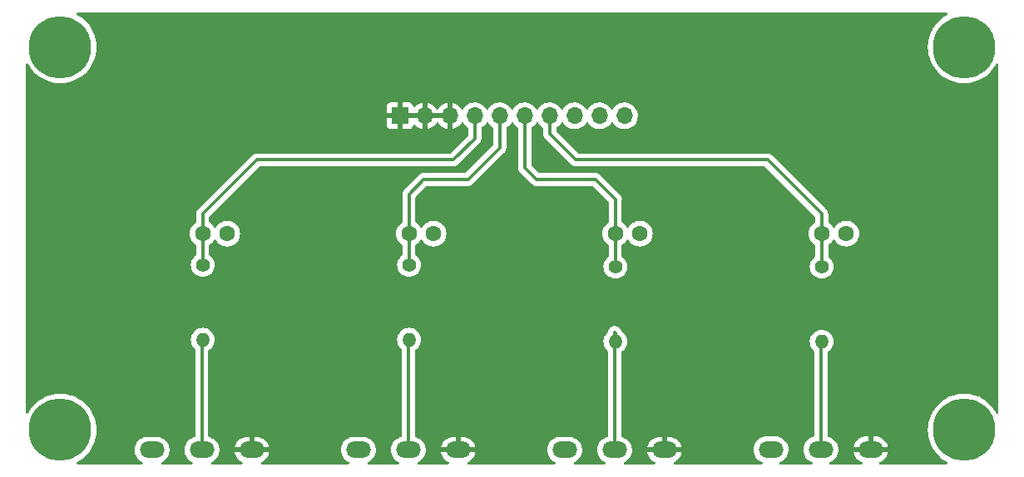
<source format=gtl>
%TF.GenerationSoftware,KiCad,Pcbnew,(6.0.1)*%
%TF.CreationDate,2022-10-03T06:08:01-04:00*%
%TF.ProjectId,MOD-CTL-POTS,4d4f442d-4354-44c2-9d50-4f54532e6b69,rev?*%
%TF.SameCoordinates,Original*%
%TF.FileFunction,Copper,L1,Top*%
%TF.FilePolarity,Positive*%
%FSLAX46Y46*%
G04 Gerber Fmt 4.6, Leading zero omitted, Abs format (unit mm)*
G04 Created by KiCad (PCBNEW (6.0.1)) date 2022-10-03 06:08:01*
%MOMM*%
%LPD*%
G01*
G04 APERTURE LIST*
%TA.AperFunction,ComponentPad*%
%ADD10C,6.350000*%
%TD*%
%TA.AperFunction,ComponentPad*%
%ADD11C,1.600000*%
%TD*%
%TA.AperFunction,ComponentPad*%
%ADD12C,1.400000*%
%TD*%
%TA.AperFunction,ComponentPad*%
%ADD13O,1.400000X1.400000*%
%TD*%
%TA.AperFunction,ComponentPad*%
%ADD14O,2.540000X1.651000*%
%TD*%
%TA.AperFunction,ComponentPad*%
%ADD15R,1.700000X1.700000*%
%TD*%
%TA.AperFunction,ComponentPad*%
%ADD16O,1.700000X1.700000*%
%TD*%
%TA.AperFunction,Conductor*%
%ADD17C,0.304800*%
%TD*%
G04 APERTURE END LIST*
D10*
%TO.P,MTG1,1*%
%TO.N,N/C*%
X94000000Y-83000000D03*
%TD*%
D11*
%TO.P,C4,1*%
%TO.N,/POT4*%
X171500000Y-63000000D03*
%TO.P,C4,2*%
%TO.N,GND*%
X174000000Y-63000000D03*
%TD*%
%TO.P,C3,1*%
%TO.N,/POT3*%
X150500000Y-63000000D03*
%TO.P,C3,2*%
%TO.N,GND*%
X153000000Y-63000000D03*
%TD*%
D12*
%TO.P,R2,1*%
%TO.N,/POT2*%
X129500000Y-66190000D03*
D13*
%TO.P,R2,2*%
%TO.N,Net-(R2-Pad2)*%
X129500000Y-73810000D03*
%TD*%
D14*
%TO.P,RV1,1,1*%
%TO.N,VCC*%
X113500000Y-85040000D03*
%TO.P,RV1,2,2*%
%TO.N,Net-(R1-Pad2)*%
X108420000Y-85040000D03*
%TO.P,RV1,3,3*%
%TO.N,GND*%
X103340000Y-85040000D03*
%TD*%
D10*
%TO.P,MTG3,1*%
%TO.N,N/C*%
X94000000Y-44000000D03*
%TD*%
D15*
%TO.P,J1,1,Pin_1*%
%TO.N,VCC*%
X128575000Y-51000000D03*
D16*
%TO.P,J1,2,Pin_2*%
X131115000Y-51000000D03*
%TO.P,J1,3,Pin_3*%
X133655000Y-51000000D03*
%TO.P,J1,4,Pin_4*%
%TO.N,/POT1*%
X136195000Y-51000000D03*
%TO.P,J1,5,Pin_5*%
%TO.N,/POT2*%
X138735000Y-51000000D03*
%TO.P,J1,6,Pin_6*%
%TO.N,/POT3*%
X141275000Y-51000000D03*
%TO.P,J1,7,Pin_7*%
%TO.N,/POT4*%
X143815000Y-51000000D03*
%TO.P,J1,8,Pin_8*%
%TO.N,GND*%
X146355000Y-51000000D03*
%TO.P,J1,9,Pin_9*%
X148895000Y-51000000D03*
%TO.P,J1,10,Pin_10*%
X151435000Y-51000000D03*
%TD*%
D14*
%TO.P,RV4,1,1*%
%TO.N,VCC*%
X176500000Y-85000000D03*
%TO.P,RV4,2,2*%
%TO.N,Net-(R4-Pad2)*%
X171420000Y-85000000D03*
%TO.P,RV4,3,3*%
%TO.N,GND*%
X166340000Y-85000000D03*
%TD*%
D11*
%TO.P,C1,1*%
%TO.N,/POT1*%
X108500000Y-63000000D03*
%TO.P,C1,2*%
%TO.N,GND*%
X111000000Y-63000000D03*
%TD*%
D14*
%TO.P,RV2,1,1*%
%TO.N,VCC*%
X134500000Y-85040000D03*
%TO.P,RV2,2,2*%
%TO.N,Net-(R2-Pad2)*%
X129420000Y-85040000D03*
%TO.P,RV2,3,3*%
%TO.N,GND*%
X124340000Y-85040000D03*
%TD*%
D12*
%TO.P,R4,1*%
%TO.N,/POT4*%
X171500000Y-66380000D03*
D13*
%TO.P,R4,2*%
%TO.N,Net-(R4-Pad2)*%
X171500000Y-74000000D03*
%TD*%
D14*
%TO.P,RV3,1,1*%
%TO.N,VCC*%
X155500000Y-85040000D03*
%TO.P,RV3,2,2*%
%TO.N,Net-(R3-Pad2)*%
X150420000Y-85040000D03*
%TO.P,RV3,3,3*%
%TO.N,GND*%
X145340000Y-85040000D03*
%TD*%
D12*
%TO.P,R3,1*%
%TO.N,/POT3*%
X150500000Y-66380000D03*
D13*
%TO.P,R3,2*%
%TO.N,Net-(R3-Pad2)*%
X150500000Y-74000000D03*
%TD*%
D11*
%TO.P,C2,1*%
%TO.N,/POT2*%
X129500000Y-63000000D03*
%TO.P,C2,2*%
%TO.N,GND*%
X132000000Y-63000000D03*
%TD*%
D10*
%TO.P,MTG2,1*%
%TO.N,N/C*%
X186000000Y-83000000D03*
%TD*%
%TO.P,MTG4,1*%
%TO.N,N/C*%
X186000000Y-44000000D03*
%TD*%
D12*
%TO.P,R1,1*%
%TO.N,/POT1*%
X108500000Y-66190000D03*
D13*
%TO.P,R1,2*%
%TO.N,Net-(R1-Pad2)*%
X108500000Y-73810000D03*
%TD*%
D17*
%TO.N,/POT4*%
X171500000Y-61000000D02*
X171500000Y-63000000D01*
X166000000Y-55500000D02*
X171500000Y-61000000D01*
X146500000Y-55500000D02*
X166000000Y-55500000D01*
X143815000Y-51000000D02*
X143815000Y-52815000D01*
X143815000Y-52815000D02*
X146500000Y-55500000D01*
%TO.N,/POT1*%
X108500000Y-61000000D02*
X114000000Y-55500000D01*
X108500000Y-63000000D02*
X108500000Y-61000000D01*
X114000000Y-55500000D02*
X134000000Y-55500000D01*
%TO.N,Net-(R1-Pad2)*%
X108420000Y-85040000D02*
X108420000Y-73890000D01*
%TO.N,Net-(R2-Pad2)*%
X129420000Y-85040000D02*
X129420000Y-73890000D01*
%TO.N,Net-(R3-Pad2)*%
X150420000Y-73080000D02*
X150500000Y-73160000D01*
X150500000Y-73160000D02*
X150500000Y-74000000D01*
X150420000Y-85040000D02*
X150420000Y-73080000D01*
%TO.N,Net-(R4-Pad2)*%
X171420000Y-85000000D02*
X171420000Y-74080000D01*
%TO.N,/POT1*%
X136195000Y-53305000D02*
X136195000Y-51000000D01*
X134000000Y-55500000D02*
X136195000Y-53305000D01*
X108500000Y-63000000D02*
X108500000Y-66190000D01*
%TO.N,/POT2*%
X131000000Y-57500000D02*
X135500000Y-57500000D01*
X129500000Y-59000000D02*
X131000000Y-57500000D01*
X138735000Y-54265000D02*
X138735000Y-51000000D01*
X135500000Y-57500000D02*
X138735000Y-54265000D01*
X129500000Y-63000000D02*
X129500000Y-66190000D01*
X129500000Y-63000000D02*
X129500000Y-59000000D01*
%TO.N,/POT3*%
X150500000Y-59500000D02*
X148500000Y-57500000D01*
X148500000Y-57500000D02*
X142500000Y-57500000D01*
X150500000Y-66380000D02*
X150500000Y-63000000D01*
X141275000Y-56275000D02*
X141275000Y-51000000D01*
X142500000Y-57500000D02*
X141275000Y-56275000D01*
X150500000Y-63000000D02*
X150500000Y-59500000D01*
%TO.N,/POT4*%
X171500000Y-63000000D02*
X171500000Y-66380000D01*
%TD*%
%TA.AperFunction,Conductor*%
%TO.N,VCC*%
G36*
X184283123Y-40528002D02*
G01*
X184329616Y-40581658D01*
X184339720Y-40651932D01*
X184310226Y-40716512D01*
X184272205Y-40746267D01*
X184155723Y-40805618D01*
X183831922Y-41015896D01*
X183531875Y-41258869D01*
X183258869Y-41531875D01*
X183015896Y-41831922D01*
X182805618Y-42155723D01*
X182804123Y-42158657D01*
X182804119Y-42158664D01*
X182746267Y-42272205D01*
X182630337Y-42499730D01*
X182491976Y-42860174D01*
X182392049Y-43233106D01*
X182331651Y-43614441D01*
X182311445Y-44000000D01*
X182331651Y-44385559D01*
X182392049Y-44766894D01*
X182491976Y-45139826D01*
X182630337Y-45500270D01*
X182631835Y-45503210D01*
X182804119Y-45841335D01*
X182805618Y-45844277D01*
X183015896Y-46168078D01*
X183258869Y-46468125D01*
X183531875Y-46741131D01*
X183831922Y-46984104D01*
X184155722Y-47194382D01*
X184158656Y-47195877D01*
X184158663Y-47195881D01*
X184496790Y-47368165D01*
X184499730Y-47369663D01*
X184860174Y-47508024D01*
X185233106Y-47607951D01*
X185435643Y-47640030D01*
X185611193Y-47667835D01*
X185611201Y-47667836D01*
X185614441Y-47668349D01*
X186000000Y-47688555D01*
X186385559Y-47668349D01*
X186388799Y-47667836D01*
X186388807Y-47667835D01*
X186564357Y-47640030D01*
X186766894Y-47607951D01*
X187139826Y-47508024D01*
X187500270Y-47369663D01*
X187503210Y-47368165D01*
X187841337Y-47195881D01*
X187841344Y-47195877D01*
X187844278Y-47194382D01*
X188168078Y-46984104D01*
X188468125Y-46741131D01*
X188741131Y-46468125D01*
X188984104Y-46168078D01*
X189194382Y-45844277D01*
X189253733Y-45727795D01*
X189302482Y-45676180D01*
X189371397Y-45659114D01*
X189438598Y-45682015D01*
X189482750Y-45737613D01*
X189492000Y-45784998D01*
X189492000Y-81215002D01*
X189471998Y-81283123D01*
X189418342Y-81329616D01*
X189348068Y-81339720D01*
X189283488Y-81310226D01*
X189253733Y-81272205D01*
X189195881Y-81158665D01*
X189194382Y-81155723D01*
X188984104Y-80831922D01*
X188741131Y-80531875D01*
X188468125Y-80258869D01*
X188168078Y-80015896D01*
X187844278Y-79805618D01*
X187841344Y-79804123D01*
X187841337Y-79804119D01*
X187503210Y-79631835D01*
X187500270Y-79630337D01*
X187139826Y-79491976D01*
X186766894Y-79392049D01*
X186564357Y-79359970D01*
X186388807Y-79332165D01*
X186388799Y-79332164D01*
X186385559Y-79331651D01*
X186000000Y-79311445D01*
X185614441Y-79331651D01*
X185611201Y-79332164D01*
X185611193Y-79332165D01*
X185435643Y-79359970D01*
X185233106Y-79392049D01*
X184860174Y-79491976D01*
X184499730Y-79630337D01*
X184496790Y-79631835D01*
X184158664Y-79804119D01*
X184158657Y-79804123D01*
X184155723Y-79805618D01*
X183831922Y-80015896D01*
X183531875Y-80258869D01*
X183258869Y-80531875D01*
X183015896Y-80831922D01*
X182805618Y-81155723D01*
X182804123Y-81158657D01*
X182804119Y-81158664D01*
X182746267Y-81272205D01*
X182630337Y-81499730D01*
X182491976Y-81860174D01*
X182392049Y-82233106D01*
X182331651Y-82614441D01*
X182311445Y-83000000D01*
X182331651Y-83385559D01*
X182392049Y-83766894D01*
X182491976Y-84139826D01*
X182493161Y-84142914D01*
X182493162Y-84142916D01*
X182507108Y-84179246D01*
X182630337Y-84500270D01*
X182631835Y-84503210D01*
X182804119Y-84841335D01*
X182805618Y-84844277D01*
X182807414Y-84847043D01*
X182807416Y-84847046D01*
X182936277Y-85045475D01*
X183015896Y-85168078D01*
X183258869Y-85468125D01*
X183531875Y-85741131D01*
X183831922Y-85984104D01*
X184155722Y-86194382D01*
X184158656Y-86195877D01*
X184158663Y-86195881D01*
X184272205Y-86253733D01*
X184323820Y-86302481D01*
X184340886Y-86371396D01*
X184317985Y-86438598D01*
X184262388Y-86482750D01*
X184215002Y-86492000D01*
X177468576Y-86492000D01*
X177400455Y-86471998D01*
X177353962Y-86418342D01*
X177343858Y-86348068D01*
X177373352Y-86283488D01*
X177415326Y-86251805D01*
X177608810Y-86161582D01*
X177618306Y-86156099D01*
X177800421Y-86028581D01*
X177808829Y-86021525D01*
X177966025Y-85864329D01*
X177973081Y-85855921D01*
X178100599Y-85673806D01*
X178106082Y-85664310D01*
X178200044Y-85462808D01*
X178203790Y-85452516D01*
X178252294Y-85271497D01*
X178251958Y-85257401D01*
X178244016Y-85254000D01*
X174761133Y-85254000D01*
X174747602Y-85257973D01*
X174746373Y-85266522D01*
X174796210Y-85452516D01*
X174799956Y-85462808D01*
X174893918Y-85664310D01*
X174899401Y-85673806D01*
X175026919Y-85855921D01*
X175033975Y-85864329D01*
X175191171Y-86021525D01*
X175199579Y-86028581D01*
X175381694Y-86156099D01*
X175391190Y-86161582D01*
X175584674Y-86251805D01*
X175637959Y-86298723D01*
X175657420Y-86367000D01*
X175636878Y-86434960D01*
X175582855Y-86481025D01*
X175531424Y-86492000D01*
X172389760Y-86492000D01*
X172321639Y-86471998D01*
X172275146Y-86418342D01*
X172265042Y-86348068D01*
X172294536Y-86283488D01*
X172336510Y-86251805D01*
X172529061Y-86162017D01*
X172529066Y-86162014D01*
X172534048Y-86159691D01*
X172663617Y-86068966D01*
X172720743Y-86028966D01*
X172720746Y-86028964D01*
X172725254Y-86025807D01*
X172890307Y-85860754D01*
X172975710Y-85738787D01*
X173021034Y-85674057D01*
X173021035Y-85674055D01*
X173024191Y-85669548D01*
X173026514Y-85664566D01*
X173026517Y-85664561D01*
X173120516Y-85462980D01*
X173120517Y-85462978D01*
X173122839Y-85457998D01*
X173172812Y-85271497D01*
X173181828Y-85237847D01*
X173181828Y-85237845D01*
X173183252Y-85232532D01*
X173203596Y-85000000D01*
X173183252Y-84767468D01*
X173176729Y-84743124D01*
X173172811Y-84728503D01*
X174747706Y-84728503D01*
X174748042Y-84742599D01*
X174755984Y-84746000D01*
X176227885Y-84746000D01*
X176243124Y-84741525D01*
X176244329Y-84740135D01*
X176246000Y-84732452D01*
X176246000Y-84727885D01*
X176754000Y-84727885D01*
X176758475Y-84743124D01*
X176759865Y-84744329D01*
X176767548Y-84746000D01*
X178238867Y-84746000D01*
X178252398Y-84742027D01*
X178253627Y-84733478D01*
X178203790Y-84547484D01*
X178200044Y-84537192D01*
X178106082Y-84335690D01*
X178100599Y-84326194D01*
X177973081Y-84144079D01*
X177966025Y-84135671D01*
X177808829Y-83978475D01*
X177800421Y-83971419D01*
X177618306Y-83843901D01*
X177608810Y-83838418D01*
X177407308Y-83744456D01*
X177397016Y-83740710D01*
X177182257Y-83683166D01*
X177171464Y-83681263D01*
X177005450Y-83666738D01*
X176999985Y-83666500D01*
X176772115Y-83666500D01*
X176756876Y-83670975D01*
X176755671Y-83672365D01*
X176754000Y-83680048D01*
X176754000Y-84727885D01*
X176246000Y-84727885D01*
X176246000Y-83684615D01*
X176241525Y-83669376D01*
X176240135Y-83668171D01*
X176232452Y-83666500D01*
X176000015Y-83666500D01*
X175994550Y-83666738D01*
X175828536Y-83681263D01*
X175817743Y-83683166D01*
X175602984Y-83740710D01*
X175592692Y-83744456D01*
X175391190Y-83838418D01*
X175381694Y-83843901D01*
X175199579Y-83971419D01*
X175191171Y-83978475D01*
X175033975Y-84135671D01*
X175026919Y-84144079D01*
X174899401Y-84326194D01*
X174893918Y-84335690D01*
X174799956Y-84537192D01*
X174796210Y-84547484D01*
X174747706Y-84728503D01*
X173172811Y-84728503D01*
X173124262Y-84547312D01*
X173124261Y-84547310D01*
X173122839Y-84542002D01*
X173103379Y-84500270D01*
X173026517Y-84335439D01*
X173026514Y-84335434D01*
X173024191Y-84330452D01*
X173021034Y-84325943D01*
X172893466Y-84143757D01*
X172893464Y-84143754D01*
X172890307Y-84139246D01*
X172725254Y-83974193D01*
X172720746Y-83971036D01*
X172720743Y-83971034D01*
X172538557Y-83843466D01*
X172538555Y-83843465D01*
X172534048Y-83840309D01*
X172529066Y-83837986D01*
X172529061Y-83837983D01*
X172327480Y-83743984D01*
X172327478Y-83743983D01*
X172322498Y-83741661D01*
X172317190Y-83740239D01*
X172317188Y-83740238D01*
X172207975Y-83710975D01*
X172174288Y-83701949D01*
X172113666Y-83664997D01*
X172082645Y-83601137D01*
X172080900Y-83580242D01*
X172080900Y-75134146D01*
X172100902Y-75066025D01*
X172134630Y-75030933D01*
X172275264Y-74932460D01*
X172279776Y-74929301D01*
X172429301Y-74779776D01*
X172550589Y-74606558D01*
X172556599Y-74593671D01*
X172637633Y-74419892D01*
X172637634Y-74419891D01*
X172639956Y-74414910D01*
X172689532Y-74229892D01*
X172693262Y-74215970D01*
X172693262Y-74215968D01*
X172694686Y-74210655D01*
X172713116Y-74000000D01*
X172694686Y-73789345D01*
X172643776Y-73599345D01*
X172641379Y-73590400D01*
X172641378Y-73590398D01*
X172639956Y-73585090D01*
X172550589Y-73393442D01*
X172429301Y-73220224D01*
X172279776Y-73070699D01*
X172106558Y-72949411D01*
X172101580Y-72947090D01*
X172101577Y-72947088D01*
X171919892Y-72862367D01*
X171919891Y-72862366D01*
X171914910Y-72860044D01*
X171909602Y-72858622D01*
X171909600Y-72858621D01*
X171715970Y-72806738D01*
X171715968Y-72806738D01*
X171710655Y-72805314D01*
X171500000Y-72786884D01*
X171289345Y-72805314D01*
X171284032Y-72806738D01*
X171284030Y-72806738D01*
X171090400Y-72858621D01*
X171090398Y-72858622D01*
X171085090Y-72860044D01*
X171080109Y-72862366D01*
X171080108Y-72862367D01*
X170898423Y-72947088D01*
X170898420Y-72947090D01*
X170893442Y-72949411D01*
X170720224Y-73070699D01*
X170570699Y-73220224D01*
X170449411Y-73393442D01*
X170360044Y-73585090D01*
X170358622Y-73590398D01*
X170358621Y-73590400D01*
X170356224Y-73599345D01*
X170305314Y-73789345D01*
X170286884Y-74000000D01*
X170305314Y-74210655D01*
X170306738Y-74215968D01*
X170306738Y-74215970D01*
X170310469Y-74229892D01*
X170360044Y-74414910D01*
X170362366Y-74419891D01*
X170362367Y-74419892D01*
X170443402Y-74593671D01*
X170449411Y-74606558D01*
X170570699Y-74779776D01*
X170720224Y-74929301D01*
X170718848Y-74930677D01*
X170753419Y-74982643D01*
X170759100Y-75020050D01*
X170759100Y-83580242D01*
X170739098Y-83648363D01*
X170685442Y-83694856D01*
X170665713Y-83701948D01*
X170632025Y-83710975D01*
X170522812Y-83740238D01*
X170522810Y-83740239D01*
X170517502Y-83741661D01*
X170512522Y-83743983D01*
X170512520Y-83743984D01*
X170310939Y-83837983D01*
X170310934Y-83837986D01*
X170305952Y-83840309D01*
X170301445Y-83843465D01*
X170301443Y-83843466D01*
X170119257Y-83971034D01*
X170119254Y-83971036D01*
X170114746Y-83974193D01*
X169949693Y-84139246D01*
X169946536Y-84143754D01*
X169946534Y-84143757D01*
X169818966Y-84325943D01*
X169815809Y-84330452D01*
X169813486Y-84335434D01*
X169813483Y-84335439D01*
X169736621Y-84500270D01*
X169717161Y-84542002D01*
X169715739Y-84547310D01*
X169715738Y-84547312D01*
X169663271Y-84743124D01*
X169656748Y-84767468D01*
X169636404Y-85000000D01*
X169656748Y-85232532D01*
X169658172Y-85237845D01*
X169658172Y-85237847D01*
X169667189Y-85271497D01*
X169717161Y-85457998D01*
X169719483Y-85462978D01*
X169719484Y-85462980D01*
X169813483Y-85664561D01*
X169813486Y-85664566D01*
X169815809Y-85669548D01*
X169818965Y-85674055D01*
X169818966Y-85674057D01*
X169864291Y-85738787D01*
X169949693Y-85860754D01*
X170114746Y-86025807D01*
X170119254Y-86028964D01*
X170119257Y-86028966D01*
X170176383Y-86068966D01*
X170305952Y-86159691D01*
X170310934Y-86162014D01*
X170310939Y-86162017D01*
X170503490Y-86251805D01*
X170556775Y-86298723D01*
X170576236Y-86367000D01*
X170555694Y-86434960D01*
X170501671Y-86481025D01*
X170450240Y-86492000D01*
X167309760Y-86492000D01*
X167241639Y-86471998D01*
X167195146Y-86418342D01*
X167185042Y-86348068D01*
X167214536Y-86283488D01*
X167256510Y-86251805D01*
X167449061Y-86162017D01*
X167449066Y-86162014D01*
X167454048Y-86159691D01*
X167583617Y-86068966D01*
X167640743Y-86028966D01*
X167640746Y-86028964D01*
X167645254Y-86025807D01*
X167810307Y-85860754D01*
X167895710Y-85738787D01*
X167941034Y-85674057D01*
X167941035Y-85674055D01*
X167944191Y-85669548D01*
X167946514Y-85664566D01*
X167946517Y-85664561D01*
X168040516Y-85462980D01*
X168040517Y-85462978D01*
X168042839Y-85457998D01*
X168092812Y-85271497D01*
X168101828Y-85237847D01*
X168101828Y-85237845D01*
X168103252Y-85232532D01*
X168123596Y-85000000D01*
X168103252Y-84767468D01*
X168096729Y-84743124D01*
X168044262Y-84547312D01*
X168044261Y-84547310D01*
X168042839Y-84542002D01*
X168023379Y-84500270D01*
X167946517Y-84335439D01*
X167946514Y-84335434D01*
X167944191Y-84330452D01*
X167941034Y-84325943D01*
X167813466Y-84143757D01*
X167813464Y-84143754D01*
X167810307Y-84139246D01*
X167645254Y-83974193D01*
X167640746Y-83971036D01*
X167640743Y-83971034D01*
X167458557Y-83843466D01*
X167458555Y-83843465D01*
X167454048Y-83840309D01*
X167449066Y-83837986D01*
X167449061Y-83837983D01*
X167247480Y-83743984D01*
X167247478Y-83743983D01*
X167242498Y-83741661D01*
X167237190Y-83740239D01*
X167237188Y-83740238D01*
X167022347Y-83682672D01*
X167022345Y-83682672D01*
X167017032Y-83681248D01*
X166915449Y-83672361D01*
X166845471Y-83666238D01*
X166845464Y-83666238D01*
X166842747Y-83666000D01*
X165837253Y-83666000D01*
X165834536Y-83666238D01*
X165834529Y-83666238D01*
X165764551Y-83672361D01*
X165662968Y-83681248D01*
X165657655Y-83682672D01*
X165657653Y-83682672D01*
X165442812Y-83740238D01*
X165442810Y-83740239D01*
X165437502Y-83741661D01*
X165432522Y-83743983D01*
X165432520Y-83743984D01*
X165230939Y-83837983D01*
X165230934Y-83837986D01*
X165225952Y-83840309D01*
X165221445Y-83843465D01*
X165221443Y-83843466D01*
X165039257Y-83971034D01*
X165039254Y-83971036D01*
X165034746Y-83974193D01*
X164869693Y-84139246D01*
X164866536Y-84143754D01*
X164866534Y-84143757D01*
X164738966Y-84325943D01*
X164735809Y-84330452D01*
X164733486Y-84335434D01*
X164733483Y-84335439D01*
X164656621Y-84500270D01*
X164637161Y-84542002D01*
X164635739Y-84547310D01*
X164635738Y-84547312D01*
X164583271Y-84743124D01*
X164576748Y-84767468D01*
X164556404Y-85000000D01*
X164576748Y-85232532D01*
X164578172Y-85237845D01*
X164578172Y-85237847D01*
X164587189Y-85271497D01*
X164637161Y-85457998D01*
X164639483Y-85462978D01*
X164639484Y-85462980D01*
X164733483Y-85664561D01*
X164733486Y-85664566D01*
X164735809Y-85669548D01*
X164738965Y-85674055D01*
X164738966Y-85674057D01*
X164784291Y-85738787D01*
X164869693Y-85860754D01*
X165034746Y-86025807D01*
X165039254Y-86028964D01*
X165039257Y-86028966D01*
X165096383Y-86068966D01*
X165225952Y-86159691D01*
X165230934Y-86162014D01*
X165230939Y-86162017D01*
X165423490Y-86251805D01*
X165476775Y-86298723D01*
X165496236Y-86367000D01*
X165475694Y-86434960D01*
X165421671Y-86481025D01*
X165370240Y-86492000D01*
X156554356Y-86492000D01*
X156486235Y-86471998D01*
X156439742Y-86418342D01*
X156429638Y-86348068D01*
X156459132Y-86283488D01*
X156501106Y-86251805D01*
X156608810Y-86201582D01*
X156618306Y-86196099D01*
X156800421Y-86068581D01*
X156808829Y-86061525D01*
X156966025Y-85904329D01*
X156973081Y-85895921D01*
X157100599Y-85713806D01*
X157106082Y-85704310D01*
X157200044Y-85502808D01*
X157203790Y-85492516D01*
X157252294Y-85311497D01*
X157251958Y-85297401D01*
X157244016Y-85294000D01*
X153761133Y-85294000D01*
X153747602Y-85297973D01*
X153746373Y-85306522D01*
X153796210Y-85492516D01*
X153799956Y-85502808D01*
X153893918Y-85704310D01*
X153899401Y-85713806D01*
X154026919Y-85895921D01*
X154033975Y-85904329D01*
X154191171Y-86061525D01*
X154199579Y-86068581D01*
X154381694Y-86196099D01*
X154391190Y-86201582D01*
X154498894Y-86251805D01*
X154552179Y-86298723D01*
X154571640Y-86367000D01*
X154551098Y-86434960D01*
X154497075Y-86481025D01*
X154445644Y-86492000D01*
X151475540Y-86492000D01*
X151407419Y-86471998D01*
X151360926Y-86418342D01*
X151350822Y-86348068D01*
X151380316Y-86283488D01*
X151422290Y-86251805D01*
X151529061Y-86202017D01*
X151529066Y-86202014D01*
X151534048Y-86199691D01*
X151539178Y-86196099D01*
X151720743Y-86068966D01*
X151720746Y-86068964D01*
X151725254Y-86065807D01*
X151890307Y-85900754D01*
X151918316Y-85860754D01*
X152021034Y-85714057D01*
X152021035Y-85714055D01*
X152024191Y-85709548D01*
X152026514Y-85704566D01*
X152026517Y-85704561D01*
X152120516Y-85502980D01*
X152120517Y-85502978D01*
X152122839Y-85497998D01*
X152130216Y-85470469D01*
X152181828Y-85277847D01*
X152181828Y-85277845D01*
X152183252Y-85272532D01*
X152203596Y-85040000D01*
X152183252Y-84807468D01*
X152176729Y-84783124D01*
X152172811Y-84768503D01*
X153747706Y-84768503D01*
X153748042Y-84782599D01*
X153755984Y-84786000D01*
X155227885Y-84786000D01*
X155243124Y-84781525D01*
X155244329Y-84780135D01*
X155246000Y-84772452D01*
X155246000Y-84767885D01*
X155754000Y-84767885D01*
X155758475Y-84783124D01*
X155759865Y-84784329D01*
X155767548Y-84786000D01*
X157238867Y-84786000D01*
X157252398Y-84782027D01*
X157253627Y-84773478D01*
X157203790Y-84587484D01*
X157200044Y-84577192D01*
X157106082Y-84375690D01*
X157100599Y-84366194D01*
X156973081Y-84184079D01*
X156966025Y-84175671D01*
X156808829Y-84018475D01*
X156800421Y-84011419D01*
X156618306Y-83883901D01*
X156608810Y-83878418D01*
X156407308Y-83784456D01*
X156397016Y-83780710D01*
X156182257Y-83723166D01*
X156171464Y-83721263D01*
X156005450Y-83706738D01*
X155999985Y-83706500D01*
X155772115Y-83706500D01*
X155756876Y-83710975D01*
X155755671Y-83712365D01*
X155754000Y-83720048D01*
X155754000Y-84767885D01*
X155246000Y-84767885D01*
X155246000Y-83724615D01*
X155241525Y-83709376D01*
X155240135Y-83708171D01*
X155232452Y-83706500D01*
X155000015Y-83706500D01*
X154994550Y-83706738D01*
X154828536Y-83721263D01*
X154817743Y-83723166D01*
X154602984Y-83780710D01*
X154592692Y-83784456D01*
X154391190Y-83878418D01*
X154381694Y-83883901D01*
X154199579Y-84011419D01*
X154191171Y-84018475D01*
X154033975Y-84175671D01*
X154026919Y-84184079D01*
X153899401Y-84366194D01*
X153893918Y-84375690D01*
X153799956Y-84577192D01*
X153796210Y-84587484D01*
X153747706Y-84768503D01*
X152172811Y-84768503D01*
X152124262Y-84587312D01*
X152124261Y-84587310D01*
X152122839Y-84582002D01*
X152101944Y-84537192D01*
X152026517Y-84375439D01*
X152026514Y-84375434D01*
X152024191Y-84370452D01*
X152021034Y-84365943D01*
X151893466Y-84183757D01*
X151893464Y-84183754D01*
X151890307Y-84179246D01*
X151725254Y-84014193D01*
X151720746Y-84011036D01*
X151720743Y-84011034D01*
X151538557Y-83883466D01*
X151538555Y-83883465D01*
X151534048Y-83880309D01*
X151529066Y-83877986D01*
X151529061Y-83877983D01*
X151327480Y-83783984D01*
X151327478Y-83783983D01*
X151322498Y-83781661D01*
X151317190Y-83780239D01*
X151317188Y-83780238D01*
X151245290Y-83760973D01*
X151174288Y-83741949D01*
X151113666Y-83704997D01*
X151082645Y-83641137D01*
X151080900Y-83620242D01*
X151080900Y-75134146D01*
X151100902Y-75066025D01*
X151134630Y-75030933D01*
X151275264Y-74932460D01*
X151279776Y-74929301D01*
X151429301Y-74779776D01*
X151550589Y-74606558D01*
X151556599Y-74593671D01*
X151637633Y-74419892D01*
X151637634Y-74419891D01*
X151639956Y-74414910D01*
X151689532Y-74229892D01*
X151693262Y-74215970D01*
X151693262Y-74215968D01*
X151694686Y-74210655D01*
X151713116Y-74000000D01*
X151694686Y-73789345D01*
X151643776Y-73599345D01*
X151641379Y-73590400D01*
X151641378Y-73590398D01*
X151639956Y-73585090D01*
X151550589Y-73393442D01*
X151429301Y-73220224D01*
X151279776Y-73070699D01*
X151168401Y-72992714D01*
X151125299Y-72940148D01*
X151113468Y-72913196D01*
X151110985Y-72907111D01*
X151092679Y-72858664D01*
X151092678Y-72858662D01*
X151089994Y-72851559D01*
X151085694Y-72845302D01*
X151082360Y-72838925D01*
X151079760Y-72834255D01*
X151076095Y-72828058D01*
X151073042Y-72821103D01*
X151064598Y-72810098D01*
X151036894Y-72773995D01*
X151033016Y-72768657D01*
X151003691Y-72725988D01*
X151003689Y-72725986D01*
X150999389Y-72719729D01*
X150992478Y-72713571D01*
X150956177Y-72681229D01*
X150950900Y-72676247D01*
X150938583Y-72663930D01*
X150923837Y-72646201D01*
X150923690Y-72645987D01*
X150923689Y-72645986D01*
X150919389Y-72639729D01*
X150893585Y-72616738D01*
X150876173Y-72601225D01*
X150870897Y-72596244D01*
X150858963Y-72584310D01*
X150855971Y-72581964D01*
X150855962Y-72581956D01*
X150847279Y-72575148D01*
X150841221Y-72570084D01*
X150799955Y-72533317D01*
X150791341Y-72528756D01*
X150772553Y-72516554D01*
X150770858Y-72515225D01*
X150770857Y-72515225D01*
X150764879Y-72510537D01*
X150714486Y-72487784D01*
X150707437Y-72484331D01*
X150658585Y-72458465D01*
X150651223Y-72456616D01*
X150651216Y-72456613D01*
X150649122Y-72456087D01*
X150627980Y-72448725D01*
X150626012Y-72447837D01*
X150626011Y-72447837D01*
X150619088Y-72444711D01*
X150611622Y-72443327D01*
X150611621Y-72443327D01*
X150564770Y-72434644D01*
X150557035Y-72432958D01*
X150524430Y-72424768D01*
X150503441Y-72419496D01*
X150495844Y-72419456D01*
X150495842Y-72419456D01*
X150494299Y-72419448D01*
X150493692Y-72419445D01*
X150471394Y-72417338D01*
X150461803Y-72415560D01*
X150454222Y-72415997D01*
X150454221Y-72415997D01*
X150406642Y-72418740D01*
X150398731Y-72418947D01*
X150372849Y-72418812D01*
X150343480Y-72418658D01*
X150336094Y-72420431D01*
X150336089Y-72420432D01*
X150333994Y-72420935D01*
X150311838Y-72424207D01*
X150311351Y-72424235D01*
X150302106Y-72424768D01*
X150272354Y-72433921D01*
X150249300Y-72441013D01*
X150241665Y-72443102D01*
X150222629Y-72447672D01*
X150187937Y-72456001D01*
X150181190Y-72459483D01*
X150181188Y-72459484D01*
X150179274Y-72460472D01*
X150158541Y-72468933D01*
X150149213Y-72471803D01*
X150142697Y-72475703D01*
X150142692Y-72475705D01*
X150101794Y-72500182D01*
X150094878Y-72504031D01*
X150052542Y-72525882D01*
X150052533Y-72525888D01*
X150045791Y-72529368D01*
X150038438Y-72535782D01*
X150020327Y-72548940D01*
X150011955Y-72553951D01*
X149972673Y-72592824D01*
X149966885Y-72598202D01*
X149963420Y-72601225D01*
X149925248Y-72634524D01*
X149920880Y-72640739D01*
X149920879Y-72640740D01*
X149919640Y-72642503D01*
X149905184Y-72659609D01*
X149898253Y-72666468D01*
X149869381Y-72713583D01*
X149865043Y-72720186D01*
X149837640Y-72759176D01*
X149837636Y-72759183D01*
X149833269Y-72765397D01*
X149830509Y-72772477D01*
X149830507Y-72772480D01*
X149829724Y-72774488D01*
X149819769Y-72794542D01*
X149818646Y-72796375D01*
X149814673Y-72802859D01*
X149808851Y-72821103D01*
X149797874Y-72855496D01*
X149795233Y-72862953D01*
X149775162Y-72914434D01*
X149774171Y-72921962D01*
X149774170Y-72921965D01*
X149773888Y-72924110D01*
X149769003Y-72945963D01*
X149766039Y-72955250D01*
X149765523Y-72962824D01*
X149765522Y-72962827D01*
X149764072Y-72984103D01*
X149739483Y-73050705D01*
X149721429Y-73069855D01*
X149720224Y-73070699D01*
X149570699Y-73220224D01*
X149449411Y-73393442D01*
X149360044Y-73585090D01*
X149358622Y-73590398D01*
X149358621Y-73590400D01*
X149356224Y-73599345D01*
X149305314Y-73789345D01*
X149286884Y-74000000D01*
X149305314Y-74210655D01*
X149306738Y-74215968D01*
X149306738Y-74215970D01*
X149310469Y-74229892D01*
X149360044Y-74414910D01*
X149362366Y-74419891D01*
X149362367Y-74419892D01*
X149443402Y-74593671D01*
X149449411Y-74606558D01*
X149570699Y-74779776D01*
X149720224Y-74929301D01*
X149718848Y-74930677D01*
X149753419Y-74982643D01*
X149759100Y-75020050D01*
X149759100Y-83620242D01*
X149739098Y-83688363D01*
X149685442Y-83734856D01*
X149665713Y-83741948D01*
X149594710Y-83760973D01*
X149522812Y-83780238D01*
X149522810Y-83780239D01*
X149517502Y-83781661D01*
X149512522Y-83783983D01*
X149512520Y-83783984D01*
X149310939Y-83877983D01*
X149310934Y-83877986D01*
X149305952Y-83880309D01*
X149301445Y-83883465D01*
X149301443Y-83883466D01*
X149119257Y-84011034D01*
X149119254Y-84011036D01*
X149114746Y-84014193D01*
X148949693Y-84179246D01*
X148946536Y-84183754D01*
X148946534Y-84183757D01*
X148818966Y-84365943D01*
X148815809Y-84370452D01*
X148813486Y-84375434D01*
X148813483Y-84375439D01*
X148738056Y-84537192D01*
X148717161Y-84582002D01*
X148715739Y-84587310D01*
X148715738Y-84587312D01*
X148663271Y-84783124D01*
X148656748Y-84807468D01*
X148636404Y-85040000D01*
X148656748Y-85272532D01*
X148658172Y-85277845D01*
X148658172Y-85277847D01*
X148709785Y-85470469D01*
X148717161Y-85497998D01*
X148719483Y-85502978D01*
X148719484Y-85502980D01*
X148813483Y-85704561D01*
X148813486Y-85704566D01*
X148815809Y-85709548D01*
X148818965Y-85714055D01*
X148818966Y-85714057D01*
X148921685Y-85860754D01*
X148949693Y-85900754D01*
X149114746Y-86065807D01*
X149119254Y-86068964D01*
X149119257Y-86068966D01*
X149300822Y-86196099D01*
X149305952Y-86199691D01*
X149310934Y-86202014D01*
X149310939Y-86202017D01*
X149417710Y-86251805D01*
X149470995Y-86298723D01*
X149490456Y-86367000D01*
X149469914Y-86434960D01*
X149415891Y-86481025D01*
X149364460Y-86492000D01*
X146395540Y-86492000D01*
X146327419Y-86471998D01*
X146280926Y-86418342D01*
X146270822Y-86348068D01*
X146300316Y-86283488D01*
X146342290Y-86251805D01*
X146449061Y-86202017D01*
X146449066Y-86202014D01*
X146454048Y-86199691D01*
X146459178Y-86196099D01*
X146640743Y-86068966D01*
X146640746Y-86068964D01*
X146645254Y-86065807D01*
X146810307Y-85900754D01*
X146838316Y-85860754D01*
X146941034Y-85714057D01*
X146941035Y-85714055D01*
X146944191Y-85709548D01*
X146946514Y-85704566D01*
X146946517Y-85704561D01*
X147040516Y-85502980D01*
X147040517Y-85502978D01*
X147042839Y-85497998D01*
X147050216Y-85470469D01*
X147101828Y-85277847D01*
X147101828Y-85277845D01*
X147103252Y-85272532D01*
X147123596Y-85040000D01*
X147103252Y-84807468D01*
X147096729Y-84783124D01*
X147044262Y-84587312D01*
X147044261Y-84587310D01*
X147042839Y-84582002D01*
X147021944Y-84537192D01*
X146946517Y-84375439D01*
X146946514Y-84375434D01*
X146944191Y-84370452D01*
X146941034Y-84365943D01*
X146813466Y-84183757D01*
X146813464Y-84183754D01*
X146810307Y-84179246D01*
X146645254Y-84014193D01*
X146640746Y-84011036D01*
X146640743Y-84011034D01*
X146458557Y-83883466D01*
X146458555Y-83883465D01*
X146454048Y-83880309D01*
X146449066Y-83877986D01*
X146449061Y-83877983D01*
X146247480Y-83783984D01*
X146247478Y-83783983D01*
X146242498Y-83781661D01*
X146237190Y-83780239D01*
X146237188Y-83780238D01*
X146022347Y-83722672D01*
X146022345Y-83722672D01*
X146017032Y-83721248D01*
X145915449Y-83712361D01*
X145845471Y-83706238D01*
X145845464Y-83706238D01*
X145842747Y-83706000D01*
X144837253Y-83706000D01*
X144834536Y-83706238D01*
X144834529Y-83706238D01*
X144764551Y-83712361D01*
X144662968Y-83721248D01*
X144657655Y-83722672D01*
X144657653Y-83722672D01*
X144442812Y-83780238D01*
X144442810Y-83780239D01*
X144437502Y-83781661D01*
X144432522Y-83783983D01*
X144432520Y-83783984D01*
X144230939Y-83877983D01*
X144230934Y-83877986D01*
X144225952Y-83880309D01*
X144221445Y-83883465D01*
X144221443Y-83883466D01*
X144039257Y-84011034D01*
X144039254Y-84011036D01*
X144034746Y-84014193D01*
X143869693Y-84179246D01*
X143866536Y-84183754D01*
X143866534Y-84183757D01*
X143738966Y-84365943D01*
X143735809Y-84370452D01*
X143733486Y-84375434D01*
X143733483Y-84375439D01*
X143658056Y-84537192D01*
X143637161Y-84582002D01*
X143635739Y-84587310D01*
X143635738Y-84587312D01*
X143583271Y-84783124D01*
X143576748Y-84807468D01*
X143556404Y-85040000D01*
X143576748Y-85272532D01*
X143578172Y-85277845D01*
X143578172Y-85277847D01*
X143629785Y-85470469D01*
X143637161Y-85497998D01*
X143639483Y-85502978D01*
X143639484Y-85502980D01*
X143733483Y-85704561D01*
X143733486Y-85704566D01*
X143735809Y-85709548D01*
X143738965Y-85714055D01*
X143738966Y-85714057D01*
X143841685Y-85860754D01*
X143869693Y-85900754D01*
X144034746Y-86065807D01*
X144039254Y-86068964D01*
X144039257Y-86068966D01*
X144220822Y-86196099D01*
X144225952Y-86199691D01*
X144230934Y-86202014D01*
X144230939Y-86202017D01*
X144337710Y-86251805D01*
X144390995Y-86298723D01*
X144410456Y-86367000D01*
X144389914Y-86434960D01*
X144335891Y-86481025D01*
X144284460Y-86492000D01*
X135554356Y-86492000D01*
X135486235Y-86471998D01*
X135439742Y-86418342D01*
X135429638Y-86348068D01*
X135459132Y-86283488D01*
X135501106Y-86251805D01*
X135608810Y-86201582D01*
X135618306Y-86196099D01*
X135800421Y-86068581D01*
X135808829Y-86061525D01*
X135966025Y-85904329D01*
X135973081Y-85895921D01*
X136100599Y-85713806D01*
X136106082Y-85704310D01*
X136200044Y-85502808D01*
X136203790Y-85492516D01*
X136252294Y-85311497D01*
X136251958Y-85297401D01*
X136244016Y-85294000D01*
X132761133Y-85294000D01*
X132747602Y-85297973D01*
X132746373Y-85306522D01*
X132796210Y-85492516D01*
X132799956Y-85502808D01*
X132893918Y-85704310D01*
X132899401Y-85713806D01*
X133026919Y-85895921D01*
X133033975Y-85904329D01*
X133191171Y-86061525D01*
X133199579Y-86068581D01*
X133381694Y-86196099D01*
X133391190Y-86201582D01*
X133498894Y-86251805D01*
X133552179Y-86298723D01*
X133571640Y-86367000D01*
X133551098Y-86434960D01*
X133497075Y-86481025D01*
X133445644Y-86492000D01*
X130475540Y-86492000D01*
X130407419Y-86471998D01*
X130360926Y-86418342D01*
X130350822Y-86348068D01*
X130380316Y-86283488D01*
X130422290Y-86251805D01*
X130529061Y-86202017D01*
X130529066Y-86202014D01*
X130534048Y-86199691D01*
X130539178Y-86196099D01*
X130720743Y-86068966D01*
X130720746Y-86068964D01*
X130725254Y-86065807D01*
X130890307Y-85900754D01*
X130918316Y-85860754D01*
X131021034Y-85714057D01*
X131021035Y-85714055D01*
X131024191Y-85709548D01*
X131026514Y-85704566D01*
X131026517Y-85704561D01*
X131120516Y-85502980D01*
X131120517Y-85502978D01*
X131122839Y-85497998D01*
X131130216Y-85470469D01*
X131181828Y-85277847D01*
X131181828Y-85277845D01*
X131183252Y-85272532D01*
X131203596Y-85040000D01*
X131183252Y-84807468D01*
X131176729Y-84783124D01*
X131172811Y-84768503D01*
X132747706Y-84768503D01*
X132748042Y-84782599D01*
X132755984Y-84786000D01*
X134227885Y-84786000D01*
X134243124Y-84781525D01*
X134244329Y-84780135D01*
X134246000Y-84772452D01*
X134246000Y-84767885D01*
X134754000Y-84767885D01*
X134758475Y-84783124D01*
X134759865Y-84784329D01*
X134767548Y-84786000D01*
X136238867Y-84786000D01*
X136252398Y-84782027D01*
X136253627Y-84773478D01*
X136203790Y-84587484D01*
X136200044Y-84577192D01*
X136106082Y-84375690D01*
X136100599Y-84366194D01*
X135973081Y-84184079D01*
X135966025Y-84175671D01*
X135808829Y-84018475D01*
X135800421Y-84011419D01*
X135618306Y-83883901D01*
X135608810Y-83878418D01*
X135407308Y-83784456D01*
X135397016Y-83780710D01*
X135182257Y-83723166D01*
X135171464Y-83721263D01*
X135005450Y-83706738D01*
X134999985Y-83706500D01*
X134772115Y-83706500D01*
X134756876Y-83710975D01*
X134755671Y-83712365D01*
X134754000Y-83720048D01*
X134754000Y-84767885D01*
X134246000Y-84767885D01*
X134246000Y-83724615D01*
X134241525Y-83709376D01*
X134240135Y-83708171D01*
X134232452Y-83706500D01*
X134000015Y-83706500D01*
X133994550Y-83706738D01*
X133828536Y-83721263D01*
X133817743Y-83723166D01*
X133602984Y-83780710D01*
X133592692Y-83784456D01*
X133391190Y-83878418D01*
X133381694Y-83883901D01*
X133199579Y-84011419D01*
X133191171Y-84018475D01*
X133033975Y-84175671D01*
X133026919Y-84184079D01*
X132899401Y-84366194D01*
X132893918Y-84375690D01*
X132799956Y-84577192D01*
X132796210Y-84587484D01*
X132747706Y-84768503D01*
X131172811Y-84768503D01*
X131124262Y-84587312D01*
X131124261Y-84587310D01*
X131122839Y-84582002D01*
X131101944Y-84537192D01*
X131026517Y-84375439D01*
X131026514Y-84375434D01*
X131024191Y-84370452D01*
X131021034Y-84365943D01*
X130893466Y-84183757D01*
X130893464Y-84183754D01*
X130890307Y-84179246D01*
X130725254Y-84014193D01*
X130720746Y-84011036D01*
X130720743Y-84011034D01*
X130538557Y-83883466D01*
X130538555Y-83883465D01*
X130534048Y-83880309D01*
X130529066Y-83877986D01*
X130529061Y-83877983D01*
X130327480Y-83783984D01*
X130327478Y-83783983D01*
X130322498Y-83781661D01*
X130317190Y-83780239D01*
X130317188Y-83780238D01*
X130245290Y-83760973D01*
X130174288Y-83741949D01*
X130113666Y-83704997D01*
X130082645Y-83641137D01*
X130080900Y-83620242D01*
X130080900Y-74944146D01*
X130100902Y-74876025D01*
X130134630Y-74840933D01*
X130275264Y-74742460D01*
X130279776Y-74739301D01*
X130429301Y-74589776D01*
X130550589Y-74416558D01*
X130639956Y-74224910D01*
X130642352Y-74215970D01*
X130693262Y-74025970D01*
X130693262Y-74025968D01*
X130694686Y-74020655D01*
X130713116Y-73810000D01*
X130694686Y-73599345D01*
X130692289Y-73590400D01*
X130641379Y-73400400D01*
X130641378Y-73400398D01*
X130639956Y-73395090D01*
X130558415Y-73220224D01*
X130552912Y-73208423D01*
X130552910Y-73208420D01*
X130550589Y-73203442D01*
X130429301Y-73030224D01*
X130279776Y-72880699D01*
X130106558Y-72759411D01*
X130101580Y-72757090D01*
X130101577Y-72757088D01*
X129919892Y-72672367D01*
X129919891Y-72672366D01*
X129914910Y-72670044D01*
X129909602Y-72668622D01*
X129909600Y-72668621D01*
X129715970Y-72616738D01*
X129715968Y-72616738D01*
X129710655Y-72615314D01*
X129500000Y-72596884D01*
X129289345Y-72615314D01*
X129284032Y-72616738D01*
X129284030Y-72616738D01*
X129090400Y-72668621D01*
X129090398Y-72668622D01*
X129085090Y-72670044D01*
X129080109Y-72672366D01*
X129080108Y-72672367D01*
X128898423Y-72757088D01*
X128898420Y-72757090D01*
X128893442Y-72759411D01*
X128720224Y-72880699D01*
X128570699Y-73030224D01*
X128449411Y-73203442D01*
X128447090Y-73208420D01*
X128447088Y-73208423D01*
X128441585Y-73220224D01*
X128360044Y-73395090D01*
X128358622Y-73400398D01*
X128358621Y-73400400D01*
X128307711Y-73590400D01*
X128305314Y-73599345D01*
X128286884Y-73810000D01*
X128305314Y-74020655D01*
X128306738Y-74025968D01*
X128306738Y-74025970D01*
X128357649Y-74215970D01*
X128360044Y-74224910D01*
X128449411Y-74416558D01*
X128570699Y-74589776D01*
X128720224Y-74739301D01*
X128718848Y-74740677D01*
X128753419Y-74792643D01*
X128759100Y-74830050D01*
X128759100Y-83620242D01*
X128739098Y-83688363D01*
X128685442Y-83734856D01*
X128665713Y-83741948D01*
X128594710Y-83760973D01*
X128522812Y-83780238D01*
X128522810Y-83780239D01*
X128517502Y-83781661D01*
X128512522Y-83783983D01*
X128512520Y-83783984D01*
X128310939Y-83877983D01*
X128310934Y-83877986D01*
X128305952Y-83880309D01*
X128301445Y-83883465D01*
X128301443Y-83883466D01*
X128119257Y-84011034D01*
X128119254Y-84011036D01*
X128114746Y-84014193D01*
X127949693Y-84179246D01*
X127946536Y-84183754D01*
X127946534Y-84183757D01*
X127818966Y-84365943D01*
X127815809Y-84370452D01*
X127813486Y-84375434D01*
X127813483Y-84375439D01*
X127738056Y-84537192D01*
X127717161Y-84582002D01*
X127715739Y-84587310D01*
X127715738Y-84587312D01*
X127663271Y-84783124D01*
X127656748Y-84807468D01*
X127636404Y-85040000D01*
X127656748Y-85272532D01*
X127658172Y-85277845D01*
X127658172Y-85277847D01*
X127709785Y-85470469D01*
X127717161Y-85497998D01*
X127719483Y-85502978D01*
X127719484Y-85502980D01*
X127813483Y-85704561D01*
X127813486Y-85704566D01*
X127815809Y-85709548D01*
X127818965Y-85714055D01*
X127818966Y-85714057D01*
X127921685Y-85860754D01*
X127949693Y-85900754D01*
X128114746Y-86065807D01*
X128119254Y-86068964D01*
X128119257Y-86068966D01*
X128300822Y-86196099D01*
X128305952Y-86199691D01*
X128310934Y-86202014D01*
X128310939Y-86202017D01*
X128417710Y-86251805D01*
X128470995Y-86298723D01*
X128490456Y-86367000D01*
X128469914Y-86434960D01*
X128415891Y-86481025D01*
X128364460Y-86492000D01*
X125395540Y-86492000D01*
X125327419Y-86471998D01*
X125280926Y-86418342D01*
X125270822Y-86348068D01*
X125300316Y-86283488D01*
X125342290Y-86251805D01*
X125449061Y-86202017D01*
X125449066Y-86202014D01*
X125454048Y-86199691D01*
X125459178Y-86196099D01*
X125640743Y-86068966D01*
X125640746Y-86068964D01*
X125645254Y-86065807D01*
X125810307Y-85900754D01*
X125838316Y-85860754D01*
X125941034Y-85714057D01*
X125941035Y-85714055D01*
X125944191Y-85709548D01*
X125946514Y-85704566D01*
X125946517Y-85704561D01*
X126040516Y-85502980D01*
X126040517Y-85502978D01*
X126042839Y-85497998D01*
X126050216Y-85470469D01*
X126101828Y-85277847D01*
X126101828Y-85277845D01*
X126103252Y-85272532D01*
X126123596Y-85040000D01*
X126103252Y-84807468D01*
X126096729Y-84783124D01*
X126044262Y-84587312D01*
X126044261Y-84587310D01*
X126042839Y-84582002D01*
X126021944Y-84537192D01*
X125946517Y-84375439D01*
X125946514Y-84375434D01*
X125944191Y-84370452D01*
X125941034Y-84365943D01*
X125813466Y-84183757D01*
X125813464Y-84183754D01*
X125810307Y-84179246D01*
X125645254Y-84014193D01*
X125640746Y-84011036D01*
X125640743Y-84011034D01*
X125458557Y-83883466D01*
X125458555Y-83883465D01*
X125454048Y-83880309D01*
X125449066Y-83877986D01*
X125449061Y-83877983D01*
X125247480Y-83783984D01*
X125247478Y-83783983D01*
X125242498Y-83781661D01*
X125237190Y-83780239D01*
X125237188Y-83780238D01*
X125022347Y-83722672D01*
X125022345Y-83722672D01*
X125017032Y-83721248D01*
X124915449Y-83712361D01*
X124845471Y-83706238D01*
X124845464Y-83706238D01*
X124842747Y-83706000D01*
X123837253Y-83706000D01*
X123834536Y-83706238D01*
X123834529Y-83706238D01*
X123764551Y-83712361D01*
X123662968Y-83721248D01*
X123657655Y-83722672D01*
X123657653Y-83722672D01*
X123442812Y-83780238D01*
X123442810Y-83780239D01*
X123437502Y-83781661D01*
X123432522Y-83783983D01*
X123432520Y-83783984D01*
X123230939Y-83877983D01*
X123230934Y-83877986D01*
X123225952Y-83880309D01*
X123221445Y-83883465D01*
X123221443Y-83883466D01*
X123039257Y-84011034D01*
X123039254Y-84011036D01*
X123034746Y-84014193D01*
X122869693Y-84179246D01*
X122866536Y-84183754D01*
X122866534Y-84183757D01*
X122738966Y-84365943D01*
X122735809Y-84370452D01*
X122733486Y-84375434D01*
X122733483Y-84375439D01*
X122658056Y-84537192D01*
X122637161Y-84582002D01*
X122635739Y-84587310D01*
X122635738Y-84587312D01*
X122583271Y-84783124D01*
X122576748Y-84807468D01*
X122556404Y-85040000D01*
X122576748Y-85272532D01*
X122578172Y-85277845D01*
X122578172Y-85277847D01*
X122629785Y-85470469D01*
X122637161Y-85497998D01*
X122639483Y-85502978D01*
X122639484Y-85502980D01*
X122733483Y-85704561D01*
X122733486Y-85704566D01*
X122735809Y-85709548D01*
X122738965Y-85714055D01*
X122738966Y-85714057D01*
X122841685Y-85860754D01*
X122869693Y-85900754D01*
X123034746Y-86065807D01*
X123039254Y-86068964D01*
X123039257Y-86068966D01*
X123220822Y-86196099D01*
X123225952Y-86199691D01*
X123230934Y-86202014D01*
X123230939Y-86202017D01*
X123337710Y-86251805D01*
X123390995Y-86298723D01*
X123410456Y-86367000D01*
X123389914Y-86434960D01*
X123335891Y-86481025D01*
X123284460Y-86492000D01*
X114554356Y-86492000D01*
X114486235Y-86471998D01*
X114439742Y-86418342D01*
X114429638Y-86348068D01*
X114459132Y-86283488D01*
X114501106Y-86251805D01*
X114608810Y-86201582D01*
X114618306Y-86196099D01*
X114800421Y-86068581D01*
X114808829Y-86061525D01*
X114966025Y-85904329D01*
X114973081Y-85895921D01*
X115100599Y-85713806D01*
X115106082Y-85704310D01*
X115200044Y-85502808D01*
X115203790Y-85492516D01*
X115252294Y-85311497D01*
X115251958Y-85297401D01*
X115244016Y-85294000D01*
X111761133Y-85294000D01*
X111747602Y-85297973D01*
X111746373Y-85306522D01*
X111796210Y-85492516D01*
X111799956Y-85502808D01*
X111893918Y-85704310D01*
X111899401Y-85713806D01*
X112026919Y-85895921D01*
X112033975Y-85904329D01*
X112191171Y-86061525D01*
X112199579Y-86068581D01*
X112381694Y-86196099D01*
X112391190Y-86201582D01*
X112498894Y-86251805D01*
X112552179Y-86298723D01*
X112571640Y-86367000D01*
X112551098Y-86434960D01*
X112497075Y-86481025D01*
X112445644Y-86492000D01*
X109475540Y-86492000D01*
X109407419Y-86471998D01*
X109360926Y-86418342D01*
X109350822Y-86348068D01*
X109380316Y-86283488D01*
X109422290Y-86251805D01*
X109529061Y-86202017D01*
X109529066Y-86202014D01*
X109534048Y-86199691D01*
X109539178Y-86196099D01*
X109720743Y-86068966D01*
X109720746Y-86068964D01*
X109725254Y-86065807D01*
X109890307Y-85900754D01*
X109918316Y-85860754D01*
X110021034Y-85714057D01*
X110021035Y-85714055D01*
X110024191Y-85709548D01*
X110026514Y-85704566D01*
X110026517Y-85704561D01*
X110120516Y-85502980D01*
X110120517Y-85502978D01*
X110122839Y-85497998D01*
X110130216Y-85470469D01*
X110181828Y-85277847D01*
X110181828Y-85277845D01*
X110183252Y-85272532D01*
X110203596Y-85040000D01*
X110183252Y-84807468D01*
X110176729Y-84783124D01*
X110172811Y-84768503D01*
X111747706Y-84768503D01*
X111748042Y-84782599D01*
X111755984Y-84786000D01*
X113227885Y-84786000D01*
X113243124Y-84781525D01*
X113244329Y-84780135D01*
X113246000Y-84772452D01*
X113246000Y-84767885D01*
X113754000Y-84767885D01*
X113758475Y-84783124D01*
X113759865Y-84784329D01*
X113767548Y-84786000D01*
X115238867Y-84786000D01*
X115252398Y-84782027D01*
X115253627Y-84773478D01*
X115203790Y-84587484D01*
X115200044Y-84577192D01*
X115106082Y-84375690D01*
X115100599Y-84366194D01*
X114973081Y-84184079D01*
X114966025Y-84175671D01*
X114808829Y-84018475D01*
X114800421Y-84011419D01*
X114618306Y-83883901D01*
X114608810Y-83878418D01*
X114407308Y-83784456D01*
X114397016Y-83780710D01*
X114182257Y-83723166D01*
X114171464Y-83721263D01*
X114005450Y-83706738D01*
X113999985Y-83706500D01*
X113772115Y-83706500D01*
X113756876Y-83710975D01*
X113755671Y-83712365D01*
X113754000Y-83720048D01*
X113754000Y-84767885D01*
X113246000Y-84767885D01*
X113246000Y-83724615D01*
X113241525Y-83709376D01*
X113240135Y-83708171D01*
X113232452Y-83706500D01*
X113000015Y-83706500D01*
X112994550Y-83706738D01*
X112828536Y-83721263D01*
X112817743Y-83723166D01*
X112602984Y-83780710D01*
X112592692Y-83784456D01*
X112391190Y-83878418D01*
X112381694Y-83883901D01*
X112199579Y-84011419D01*
X112191171Y-84018475D01*
X112033975Y-84175671D01*
X112026919Y-84184079D01*
X111899401Y-84366194D01*
X111893918Y-84375690D01*
X111799956Y-84577192D01*
X111796210Y-84587484D01*
X111747706Y-84768503D01*
X110172811Y-84768503D01*
X110124262Y-84587312D01*
X110124261Y-84587310D01*
X110122839Y-84582002D01*
X110101944Y-84537192D01*
X110026517Y-84375439D01*
X110026514Y-84375434D01*
X110024191Y-84370452D01*
X110021034Y-84365943D01*
X109893466Y-84183757D01*
X109893464Y-84183754D01*
X109890307Y-84179246D01*
X109725254Y-84014193D01*
X109720746Y-84011036D01*
X109720743Y-84011034D01*
X109538557Y-83883466D01*
X109538555Y-83883465D01*
X109534048Y-83880309D01*
X109529066Y-83877986D01*
X109529061Y-83877983D01*
X109327480Y-83783984D01*
X109327478Y-83783983D01*
X109322498Y-83781661D01*
X109317190Y-83780239D01*
X109317188Y-83780238D01*
X109245290Y-83760973D01*
X109174288Y-83741949D01*
X109113666Y-83704997D01*
X109082645Y-83641137D01*
X109080900Y-83620242D01*
X109080900Y-74944146D01*
X109100902Y-74876025D01*
X109134630Y-74840933D01*
X109275264Y-74742460D01*
X109279776Y-74739301D01*
X109429301Y-74589776D01*
X109550589Y-74416558D01*
X109639956Y-74224910D01*
X109642352Y-74215970D01*
X109693262Y-74025970D01*
X109693262Y-74025968D01*
X109694686Y-74020655D01*
X109713116Y-73810000D01*
X109694686Y-73599345D01*
X109692289Y-73590400D01*
X109641379Y-73400400D01*
X109641378Y-73400398D01*
X109639956Y-73395090D01*
X109558415Y-73220224D01*
X109552912Y-73208423D01*
X109552910Y-73208420D01*
X109550589Y-73203442D01*
X109429301Y-73030224D01*
X109279776Y-72880699D01*
X109106558Y-72759411D01*
X109101580Y-72757090D01*
X109101577Y-72757088D01*
X108919892Y-72672367D01*
X108919891Y-72672366D01*
X108914910Y-72670044D01*
X108909602Y-72668622D01*
X108909600Y-72668621D01*
X108715970Y-72616738D01*
X108715968Y-72616738D01*
X108710655Y-72615314D01*
X108500000Y-72596884D01*
X108289345Y-72615314D01*
X108284032Y-72616738D01*
X108284030Y-72616738D01*
X108090400Y-72668621D01*
X108090398Y-72668622D01*
X108085090Y-72670044D01*
X108080109Y-72672366D01*
X108080108Y-72672367D01*
X107898423Y-72757088D01*
X107898420Y-72757090D01*
X107893442Y-72759411D01*
X107720224Y-72880699D01*
X107570699Y-73030224D01*
X107449411Y-73203442D01*
X107447090Y-73208420D01*
X107447088Y-73208423D01*
X107441585Y-73220224D01*
X107360044Y-73395090D01*
X107358622Y-73400398D01*
X107358621Y-73400400D01*
X107307711Y-73590400D01*
X107305314Y-73599345D01*
X107286884Y-73810000D01*
X107305314Y-74020655D01*
X107306738Y-74025968D01*
X107306738Y-74025970D01*
X107357649Y-74215970D01*
X107360044Y-74224910D01*
X107449411Y-74416558D01*
X107570699Y-74589776D01*
X107720224Y-74739301D01*
X107718848Y-74740677D01*
X107753419Y-74792643D01*
X107759100Y-74830050D01*
X107759100Y-83620242D01*
X107739098Y-83688363D01*
X107685442Y-83734856D01*
X107665713Y-83741948D01*
X107594710Y-83760973D01*
X107522812Y-83780238D01*
X107522810Y-83780239D01*
X107517502Y-83781661D01*
X107512522Y-83783983D01*
X107512520Y-83783984D01*
X107310939Y-83877983D01*
X107310934Y-83877986D01*
X107305952Y-83880309D01*
X107301445Y-83883465D01*
X107301443Y-83883466D01*
X107119257Y-84011034D01*
X107119254Y-84011036D01*
X107114746Y-84014193D01*
X106949693Y-84179246D01*
X106946536Y-84183754D01*
X106946534Y-84183757D01*
X106818966Y-84365943D01*
X106815809Y-84370452D01*
X106813486Y-84375434D01*
X106813483Y-84375439D01*
X106738056Y-84537192D01*
X106717161Y-84582002D01*
X106715739Y-84587310D01*
X106715738Y-84587312D01*
X106663271Y-84783124D01*
X106656748Y-84807468D01*
X106636404Y-85040000D01*
X106656748Y-85272532D01*
X106658172Y-85277845D01*
X106658172Y-85277847D01*
X106709785Y-85470469D01*
X106717161Y-85497998D01*
X106719483Y-85502978D01*
X106719484Y-85502980D01*
X106813483Y-85704561D01*
X106813486Y-85704566D01*
X106815809Y-85709548D01*
X106818965Y-85714055D01*
X106818966Y-85714057D01*
X106921685Y-85860754D01*
X106949693Y-85900754D01*
X107114746Y-86065807D01*
X107119254Y-86068964D01*
X107119257Y-86068966D01*
X107300822Y-86196099D01*
X107305952Y-86199691D01*
X107310934Y-86202014D01*
X107310939Y-86202017D01*
X107417710Y-86251805D01*
X107470995Y-86298723D01*
X107490456Y-86367000D01*
X107469914Y-86434960D01*
X107415891Y-86481025D01*
X107364460Y-86492000D01*
X104395540Y-86492000D01*
X104327419Y-86471998D01*
X104280926Y-86418342D01*
X104270822Y-86348068D01*
X104300316Y-86283488D01*
X104342290Y-86251805D01*
X104449061Y-86202017D01*
X104449066Y-86202014D01*
X104454048Y-86199691D01*
X104459178Y-86196099D01*
X104640743Y-86068966D01*
X104640746Y-86068964D01*
X104645254Y-86065807D01*
X104810307Y-85900754D01*
X104838316Y-85860754D01*
X104941034Y-85714057D01*
X104941035Y-85714055D01*
X104944191Y-85709548D01*
X104946514Y-85704566D01*
X104946517Y-85704561D01*
X105040516Y-85502980D01*
X105040517Y-85502978D01*
X105042839Y-85497998D01*
X105050216Y-85470469D01*
X105101828Y-85277847D01*
X105101828Y-85277845D01*
X105103252Y-85272532D01*
X105123596Y-85040000D01*
X105103252Y-84807468D01*
X105096729Y-84783124D01*
X105044262Y-84587312D01*
X105044261Y-84587310D01*
X105042839Y-84582002D01*
X105021944Y-84537192D01*
X104946517Y-84375439D01*
X104946514Y-84375434D01*
X104944191Y-84370452D01*
X104941034Y-84365943D01*
X104813466Y-84183757D01*
X104813464Y-84183754D01*
X104810307Y-84179246D01*
X104645254Y-84014193D01*
X104640746Y-84011036D01*
X104640743Y-84011034D01*
X104458557Y-83883466D01*
X104458555Y-83883465D01*
X104454048Y-83880309D01*
X104449066Y-83877986D01*
X104449061Y-83877983D01*
X104247480Y-83783984D01*
X104247478Y-83783983D01*
X104242498Y-83781661D01*
X104237190Y-83780239D01*
X104237188Y-83780238D01*
X104022347Y-83722672D01*
X104022345Y-83722672D01*
X104017032Y-83721248D01*
X103915449Y-83712361D01*
X103845471Y-83706238D01*
X103845464Y-83706238D01*
X103842747Y-83706000D01*
X102837253Y-83706000D01*
X102834536Y-83706238D01*
X102834529Y-83706238D01*
X102764551Y-83712361D01*
X102662968Y-83721248D01*
X102657655Y-83722672D01*
X102657653Y-83722672D01*
X102442812Y-83780238D01*
X102442810Y-83780239D01*
X102437502Y-83781661D01*
X102432522Y-83783983D01*
X102432520Y-83783984D01*
X102230939Y-83877983D01*
X102230934Y-83877986D01*
X102225952Y-83880309D01*
X102221445Y-83883465D01*
X102221443Y-83883466D01*
X102039257Y-84011034D01*
X102039254Y-84011036D01*
X102034746Y-84014193D01*
X101869693Y-84179246D01*
X101866536Y-84183754D01*
X101866534Y-84183757D01*
X101738966Y-84365943D01*
X101735809Y-84370452D01*
X101733486Y-84375434D01*
X101733483Y-84375439D01*
X101658056Y-84537192D01*
X101637161Y-84582002D01*
X101635739Y-84587310D01*
X101635738Y-84587312D01*
X101583271Y-84783124D01*
X101576748Y-84807468D01*
X101556404Y-85040000D01*
X101576748Y-85272532D01*
X101578172Y-85277845D01*
X101578172Y-85277847D01*
X101629785Y-85470469D01*
X101637161Y-85497998D01*
X101639483Y-85502978D01*
X101639484Y-85502980D01*
X101733483Y-85704561D01*
X101733486Y-85704566D01*
X101735809Y-85709548D01*
X101738965Y-85714055D01*
X101738966Y-85714057D01*
X101841685Y-85860754D01*
X101869693Y-85900754D01*
X102034746Y-86065807D01*
X102039254Y-86068964D01*
X102039257Y-86068966D01*
X102220822Y-86196099D01*
X102225952Y-86199691D01*
X102230934Y-86202014D01*
X102230939Y-86202017D01*
X102337710Y-86251805D01*
X102390995Y-86298723D01*
X102410456Y-86367000D01*
X102389914Y-86434960D01*
X102335891Y-86481025D01*
X102284460Y-86492000D01*
X95784998Y-86492000D01*
X95716877Y-86471998D01*
X95670384Y-86418342D01*
X95660280Y-86348068D01*
X95689774Y-86283488D01*
X95727795Y-86253733D01*
X95841337Y-86195881D01*
X95841344Y-86195877D01*
X95844278Y-86194382D01*
X96168078Y-85984104D01*
X96468125Y-85741131D01*
X96741131Y-85468125D01*
X96984104Y-85168078D01*
X97063723Y-85045475D01*
X97192584Y-84847046D01*
X97192586Y-84847043D01*
X97194382Y-84844277D01*
X97195882Y-84841335D01*
X97368165Y-84503210D01*
X97369663Y-84500270D01*
X97492892Y-84179246D01*
X97506838Y-84142916D01*
X97506839Y-84142914D01*
X97508024Y-84139826D01*
X97607951Y-83766894D01*
X97668349Y-83385559D01*
X97688555Y-83000000D01*
X97668349Y-82614441D01*
X97607951Y-82233106D01*
X97508024Y-81860174D01*
X97369663Y-81499730D01*
X97253733Y-81272205D01*
X97195881Y-81158664D01*
X97195877Y-81158657D01*
X97194382Y-81155723D01*
X96984104Y-80831922D01*
X96741131Y-80531875D01*
X96468125Y-80258869D01*
X96168078Y-80015896D01*
X95844278Y-79805618D01*
X95841344Y-79804123D01*
X95841337Y-79804119D01*
X95503210Y-79631835D01*
X95500270Y-79630337D01*
X95139826Y-79491976D01*
X94766894Y-79392049D01*
X94564357Y-79359970D01*
X94388807Y-79332165D01*
X94388799Y-79332164D01*
X94385559Y-79331651D01*
X94000000Y-79311445D01*
X93614441Y-79331651D01*
X93611201Y-79332164D01*
X93611193Y-79332165D01*
X93435643Y-79359970D01*
X93233106Y-79392049D01*
X92860174Y-79491976D01*
X92499730Y-79630337D01*
X92496790Y-79631835D01*
X92158664Y-79804119D01*
X92158657Y-79804123D01*
X92155723Y-79805618D01*
X91831922Y-80015896D01*
X91531875Y-80258869D01*
X91258869Y-80531875D01*
X91015896Y-80831922D01*
X90805618Y-81155723D01*
X90804119Y-81158665D01*
X90746267Y-81272205D01*
X90697518Y-81323820D01*
X90628603Y-81340886D01*
X90561402Y-81317985D01*
X90517250Y-81262387D01*
X90508000Y-81215002D01*
X90508000Y-63000000D01*
X107186502Y-63000000D01*
X107206457Y-63228087D01*
X107265716Y-63449243D01*
X107268039Y-63454224D01*
X107268039Y-63454225D01*
X107360151Y-63651762D01*
X107360154Y-63651767D01*
X107362477Y-63656749D01*
X107493802Y-63844300D01*
X107655700Y-64006198D01*
X107660208Y-64009355D01*
X107660211Y-64009357D01*
X107785371Y-64096995D01*
X107829699Y-64152452D01*
X107839100Y-64200208D01*
X107839100Y-65111870D01*
X107819098Y-65179991D01*
X107785371Y-65215083D01*
X107720224Y-65260699D01*
X107570699Y-65410224D01*
X107449411Y-65583442D01*
X107447090Y-65588420D01*
X107447088Y-65588423D01*
X107441585Y-65600224D01*
X107360044Y-65775090D01*
X107358622Y-65780398D01*
X107358621Y-65780400D01*
X107307711Y-65970400D01*
X107305314Y-65979345D01*
X107286884Y-66190000D01*
X107305314Y-66400655D01*
X107306738Y-66405968D01*
X107306738Y-66405970D01*
X107357649Y-66595970D01*
X107360044Y-66604910D01*
X107449411Y-66796558D01*
X107570699Y-66969776D01*
X107720224Y-67119301D01*
X107893442Y-67240589D01*
X107898420Y-67242910D01*
X107898423Y-67242912D01*
X108080108Y-67327633D01*
X108085090Y-67329956D01*
X108090398Y-67331378D01*
X108090400Y-67331379D01*
X108284030Y-67383262D01*
X108284032Y-67383262D01*
X108289345Y-67384686D01*
X108500000Y-67403116D01*
X108710655Y-67384686D01*
X108715968Y-67383262D01*
X108715970Y-67383262D01*
X108909600Y-67331379D01*
X108909602Y-67331378D01*
X108914910Y-67329956D01*
X108919892Y-67327633D01*
X109101577Y-67242912D01*
X109101580Y-67242910D01*
X109106558Y-67240589D01*
X109279776Y-67119301D01*
X109429301Y-66969776D01*
X109550589Y-66796558D01*
X109639956Y-66604910D01*
X109642352Y-66595970D01*
X109693262Y-66405970D01*
X109693262Y-66405968D01*
X109694686Y-66400655D01*
X109713116Y-66190000D01*
X109694686Y-65979345D01*
X109692289Y-65970400D01*
X109641379Y-65780400D01*
X109641378Y-65780398D01*
X109639956Y-65775090D01*
X109558415Y-65600224D01*
X109552912Y-65588423D01*
X109552910Y-65588420D01*
X109550589Y-65583442D01*
X109429301Y-65410224D01*
X109279776Y-65260699D01*
X109214630Y-65215083D01*
X109170301Y-65159627D01*
X109160900Y-65111870D01*
X109160900Y-64200208D01*
X109180902Y-64132087D01*
X109214629Y-64096995D01*
X109339789Y-64009357D01*
X109339792Y-64009355D01*
X109344300Y-64006198D01*
X109506198Y-63844300D01*
X109637523Y-63656749D01*
X109639846Y-63651767D01*
X109640882Y-63649973D01*
X109692266Y-63600981D01*
X109761979Y-63587546D01*
X109827890Y-63613934D01*
X109859118Y-63649973D01*
X109860154Y-63651767D01*
X109862477Y-63656749D01*
X109993802Y-63844300D01*
X110155700Y-64006198D01*
X110160208Y-64009355D01*
X110160211Y-64009357D01*
X110238389Y-64064098D01*
X110343251Y-64137523D01*
X110348233Y-64139846D01*
X110348238Y-64139849D01*
X110477680Y-64200208D01*
X110550757Y-64234284D01*
X110556065Y-64235706D01*
X110556067Y-64235707D01*
X110766598Y-64292119D01*
X110766600Y-64292119D01*
X110771913Y-64293543D01*
X111000000Y-64313498D01*
X111228087Y-64293543D01*
X111233400Y-64292119D01*
X111233402Y-64292119D01*
X111443933Y-64235707D01*
X111443935Y-64235706D01*
X111449243Y-64234284D01*
X111522320Y-64200208D01*
X111651762Y-64139849D01*
X111651767Y-64139846D01*
X111656749Y-64137523D01*
X111761611Y-64064098D01*
X111839789Y-64009357D01*
X111839792Y-64009355D01*
X111844300Y-64006198D01*
X112006198Y-63844300D01*
X112137523Y-63656749D01*
X112139846Y-63651767D01*
X112139849Y-63651762D01*
X112231961Y-63454225D01*
X112231961Y-63454224D01*
X112234284Y-63449243D01*
X112293543Y-63228087D01*
X112313498Y-63000000D01*
X112293543Y-62771913D01*
X112234284Y-62550757D01*
X112140683Y-62350027D01*
X112139849Y-62348238D01*
X112139846Y-62348233D01*
X112137523Y-62343251D01*
X112006198Y-62155700D01*
X111844300Y-61993802D01*
X111839792Y-61990645D01*
X111839789Y-61990643D01*
X111664512Y-61867913D01*
X111656749Y-61862477D01*
X111651767Y-61860154D01*
X111651762Y-61860151D01*
X111454225Y-61768039D01*
X111454224Y-61768039D01*
X111449243Y-61765716D01*
X111443935Y-61764294D01*
X111443933Y-61764293D01*
X111233402Y-61707881D01*
X111233400Y-61707881D01*
X111228087Y-61706457D01*
X111000000Y-61686502D01*
X110771913Y-61706457D01*
X110766600Y-61707881D01*
X110766598Y-61707881D01*
X110556067Y-61764293D01*
X110556065Y-61764294D01*
X110550757Y-61765716D01*
X110545776Y-61768039D01*
X110545775Y-61768039D01*
X110348238Y-61860151D01*
X110348233Y-61860154D01*
X110343251Y-61862477D01*
X110335488Y-61867913D01*
X110160211Y-61990643D01*
X110160208Y-61990645D01*
X110155700Y-61993802D01*
X109993802Y-62155700D01*
X109862477Y-62343251D01*
X109860154Y-62348233D01*
X109859118Y-62350027D01*
X109807734Y-62399019D01*
X109738021Y-62412454D01*
X109672110Y-62386066D01*
X109640882Y-62350027D01*
X109639846Y-62348233D01*
X109637523Y-62343251D01*
X109506198Y-62155700D01*
X109344300Y-61993802D01*
X109339792Y-61990645D01*
X109339789Y-61990643D01*
X109214629Y-61903005D01*
X109170301Y-61847548D01*
X109160900Y-61799792D01*
X109160900Y-61325944D01*
X109180902Y-61257823D01*
X109197805Y-61236849D01*
X114236849Y-56197805D01*
X114299161Y-56163779D01*
X114325944Y-56160900D01*
X133972737Y-56160900D01*
X133981308Y-56161192D01*
X134034843Y-56164842D01*
X134042320Y-56163537D01*
X134042321Y-56163537D01*
X134067626Y-56159121D01*
X134093347Y-56154631D01*
X134099865Y-56153670D01*
X134118223Y-56151448D01*
X134151262Y-56147450D01*
X134151264Y-56147450D01*
X134158805Y-56146537D01*
X134165913Y-56143851D01*
X134172879Y-56142140D01*
X134178068Y-56140721D01*
X134184947Y-56138644D01*
X134192424Y-56137339D01*
X134246795Y-56113471D01*
X134252886Y-56110986D01*
X134260011Y-56108294D01*
X134270282Y-56104413D01*
X134301336Y-56092679D01*
X134301338Y-56092678D01*
X134308441Y-56089994D01*
X134314702Y-56085691D01*
X134321026Y-56082385D01*
X134325798Y-56079729D01*
X134331944Y-56076094D01*
X134338896Y-56073042D01*
X134372056Y-56047598D01*
X134386001Y-56036898D01*
X134391334Y-56033023D01*
X134391615Y-56032830D01*
X134440271Y-55999389D01*
X134478769Y-55956180D01*
X134483749Y-55950905D01*
X136643047Y-53791607D01*
X136649313Y-53785753D01*
X136684025Y-53755472D01*
X136689752Y-53750476D01*
X136723892Y-53701900D01*
X136727818Y-53696614D01*
X136759774Y-53655858D01*
X136764463Y-53649878D01*
X136767591Y-53642950D01*
X136771319Y-53636794D01*
X136773954Y-53632175D01*
X136777362Y-53625819D01*
X136781731Y-53619603D01*
X136803292Y-53564302D01*
X136805848Y-53558221D01*
X136808284Y-53552826D01*
X136830290Y-53504088D01*
X136831675Y-53496614D01*
X136833817Y-53489780D01*
X136835284Y-53484632D01*
X136837077Y-53477647D01*
X136839838Y-53470566D01*
X136847586Y-53411711D01*
X136848618Y-53405195D01*
X136858056Y-53354272D01*
X136858056Y-53354270D01*
X136859440Y-53346803D01*
X136856109Y-53289032D01*
X136855900Y-53281779D01*
X136855900Y-52262249D01*
X136875902Y-52194128D01*
X136908732Y-52159670D01*
X137074860Y-52041173D01*
X137233096Y-51883489D01*
X137363453Y-51702077D01*
X137364776Y-51703028D01*
X137411645Y-51659857D01*
X137481580Y-51647625D01*
X137547026Y-51675144D01*
X137574875Y-51706994D01*
X137634987Y-51805088D01*
X137781250Y-51973938D01*
X137953126Y-52116632D01*
X137957593Y-52119242D01*
X138011670Y-52150842D01*
X138060394Y-52202480D01*
X138074100Y-52259630D01*
X138074100Y-53939056D01*
X138054098Y-54007177D01*
X138037195Y-54028151D01*
X135263152Y-56802195D01*
X135200840Y-56836221D01*
X135174057Y-56839100D01*
X131027252Y-56839100D01*
X131018682Y-56838808D01*
X130972732Y-56835675D01*
X130972728Y-56835675D01*
X130965156Y-56835159D01*
X130957679Y-56836464D01*
X130957677Y-56836464D01*
X130921500Y-56842778D01*
X130906662Y-56845368D01*
X130900144Y-56846329D01*
X130887053Y-56847914D01*
X130848737Y-56852550D01*
X130848734Y-56852551D01*
X130841195Y-56853463D01*
X130834087Y-56856149D01*
X130827121Y-56857860D01*
X130821932Y-56859279D01*
X130815053Y-56861356D01*
X130807576Y-56862661D01*
X130800624Y-56865713D01*
X130800623Y-56865713D01*
X130753220Y-56886522D01*
X130747116Y-56889013D01*
X130740000Y-56891702D01*
X130698664Y-56907321D01*
X130698662Y-56907322D01*
X130691559Y-56910006D01*
X130685302Y-56914306D01*
X130678925Y-56917640D01*
X130674255Y-56920240D01*
X130668058Y-56923905D01*
X130661103Y-56926958D01*
X130655079Y-56931580D01*
X130655078Y-56931581D01*
X130613995Y-56963106D01*
X130608657Y-56966984D01*
X130565988Y-56996309D01*
X130565986Y-56996311D01*
X130559729Y-57000611D01*
X130554677Y-57006281D01*
X130554676Y-57006282D01*
X130521232Y-57043819D01*
X130516251Y-57049095D01*
X129051961Y-58513386D01*
X129045696Y-58519239D01*
X129005248Y-58554524D01*
X129000881Y-58560738D01*
X128971109Y-58603099D01*
X128967177Y-58608393D01*
X128930537Y-58655121D01*
X128927411Y-58662045D01*
X128923698Y-58668176D01*
X128921062Y-58672796D01*
X128917640Y-58679178D01*
X128913269Y-58685397D01*
X128910509Y-58692476D01*
X128891702Y-58740713D01*
X128889146Y-58746792D01*
X128864711Y-58800912D01*
X128863325Y-58808388D01*
X128861170Y-58815266D01*
X128859710Y-58820391D01*
X128857922Y-58827355D01*
X128855162Y-58834434D01*
X128854170Y-58841966D01*
X128854170Y-58841968D01*
X128847414Y-58893292D01*
X128846384Y-58899798D01*
X128835560Y-58958197D01*
X128835997Y-58965777D01*
X128835997Y-58965778D01*
X128838891Y-59015967D01*
X128839100Y-59023220D01*
X128839100Y-61799792D01*
X128819098Y-61867913D01*
X128785371Y-61903005D01*
X128660211Y-61990643D01*
X128660208Y-61990645D01*
X128655700Y-61993802D01*
X128493802Y-62155700D01*
X128362477Y-62343251D01*
X128360154Y-62348233D01*
X128360151Y-62348238D01*
X128359317Y-62350027D01*
X128265716Y-62550757D01*
X128206457Y-62771913D01*
X128186502Y-63000000D01*
X128206457Y-63228087D01*
X128265716Y-63449243D01*
X128268039Y-63454224D01*
X128268039Y-63454225D01*
X128360151Y-63651762D01*
X128360154Y-63651767D01*
X128362477Y-63656749D01*
X128493802Y-63844300D01*
X128655700Y-64006198D01*
X128660208Y-64009355D01*
X128660211Y-64009357D01*
X128785371Y-64096995D01*
X128829699Y-64152452D01*
X128839100Y-64200208D01*
X128839100Y-65111870D01*
X128819098Y-65179991D01*
X128785371Y-65215083D01*
X128720224Y-65260699D01*
X128570699Y-65410224D01*
X128449411Y-65583442D01*
X128447090Y-65588420D01*
X128447088Y-65588423D01*
X128441585Y-65600224D01*
X128360044Y-65775090D01*
X128358622Y-65780398D01*
X128358621Y-65780400D01*
X128307711Y-65970400D01*
X128305314Y-65979345D01*
X128286884Y-66190000D01*
X128305314Y-66400655D01*
X128306738Y-66405968D01*
X128306738Y-66405970D01*
X128357649Y-66595970D01*
X128360044Y-66604910D01*
X128449411Y-66796558D01*
X128570699Y-66969776D01*
X128720224Y-67119301D01*
X128893442Y-67240589D01*
X128898420Y-67242910D01*
X128898423Y-67242912D01*
X129080108Y-67327633D01*
X129085090Y-67329956D01*
X129090398Y-67331378D01*
X129090400Y-67331379D01*
X129284030Y-67383262D01*
X129284032Y-67383262D01*
X129289345Y-67384686D01*
X129500000Y-67403116D01*
X129710655Y-67384686D01*
X129715968Y-67383262D01*
X129715970Y-67383262D01*
X129909600Y-67331379D01*
X129909602Y-67331378D01*
X129914910Y-67329956D01*
X129919892Y-67327633D01*
X130101577Y-67242912D01*
X130101580Y-67242910D01*
X130106558Y-67240589D01*
X130279776Y-67119301D01*
X130429301Y-66969776D01*
X130550589Y-66796558D01*
X130639956Y-66604910D01*
X130642352Y-66595970D01*
X130693262Y-66405970D01*
X130693262Y-66405968D01*
X130694686Y-66400655D01*
X130713116Y-66190000D01*
X130694686Y-65979345D01*
X130692289Y-65970400D01*
X130641379Y-65780400D01*
X130641378Y-65780398D01*
X130639956Y-65775090D01*
X130558415Y-65600224D01*
X130552912Y-65588423D01*
X130552910Y-65588420D01*
X130550589Y-65583442D01*
X130429301Y-65410224D01*
X130279776Y-65260699D01*
X130214630Y-65215083D01*
X130170301Y-65159627D01*
X130160900Y-65111870D01*
X130160900Y-64200208D01*
X130180902Y-64132087D01*
X130214629Y-64096995D01*
X130339789Y-64009357D01*
X130339792Y-64009355D01*
X130344300Y-64006198D01*
X130506198Y-63844300D01*
X130637523Y-63656749D01*
X130639846Y-63651767D01*
X130640882Y-63649973D01*
X130692266Y-63600981D01*
X130761979Y-63587546D01*
X130827890Y-63613934D01*
X130859118Y-63649973D01*
X130860154Y-63651767D01*
X130862477Y-63656749D01*
X130993802Y-63844300D01*
X131155700Y-64006198D01*
X131160208Y-64009355D01*
X131160211Y-64009357D01*
X131238389Y-64064098D01*
X131343251Y-64137523D01*
X131348233Y-64139846D01*
X131348238Y-64139849D01*
X131477680Y-64200208D01*
X131550757Y-64234284D01*
X131556065Y-64235706D01*
X131556067Y-64235707D01*
X131766598Y-64292119D01*
X131766600Y-64292119D01*
X131771913Y-64293543D01*
X132000000Y-64313498D01*
X132228087Y-64293543D01*
X132233400Y-64292119D01*
X132233402Y-64292119D01*
X132443933Y-64235707D01*
X132443935Y-64235706D01*
X132449243Y-64234284D01*
X132522320Y-64200208D01*
X132651762Y-64139849D01*
X132651767Y-64139846D01*
X132656749Y-64137523D01*
X132761611Y-64064098D01*
X132839789Y-64009357D01*
X132839792Y-64009355D01*
X132844300Y-64006198D01*
X133006198Y-63844300D01*
X133137523Y-63656749D01*
X133139846Y-63651767D01*
X133139849Y-63651762D01*
X133231961Y-63454225D01*
X133231961Y-63454224D01*
X133234284Y-63449243D01*
X133293543Y-63228087D01*
X133313498Y-63000000D01*
X133293543Y-62771913D01*
X133234284Y-62550757D01*
X133140683Y-62350027D01*
X133139849Y-62348238D01*
X133139846Y-62348233D01*
X133137523Y-62343251D01*
X133006198Y-62155700D01*
X132844300Y-61993802D01*
X132839792Y-61990645D01*
X132839789Y-61990643D01*
X132664512Y-61867913D01*
X132656749Y-61862477D01*
X132651767Y-61860154D01*
X132651762Y-61860151D01*
X132454225Y-61768039D01*
X132454224Y-61768039D01*
X132449243Y-61765716D01*
X132443935Y-61764294D01*
X132443933Y-61764293D01*
X132233402Y-61707881D01*
X132233400Y-61707881D01*
X132228087Y-61706457D01*
X132000000Y-61686502D01*
X131771913Y-61706457D01*
X131766600Y-61707881D01*
X131766598Y-61707881D01*
X131556067Y-61764293D01*
X131556065Y-61764294D01*
X131550757Y-61765716D01*
X131545776Y-61768039D01*
X131545775Y-61768039D01*
X131348238Y-61860151D01*
X131348233Y-61860154D01*
X131343251Y-61862477D01*
X131335488Y-61867913D01*
X131160211Y-61990643D01*
X131160208Y-61990645D01*
X131155700Y-61993802D01*
X130993802Y-62155700D01*
X130862477Y-62343251D01*
X130860154Y-62348233D01*
X130859118Y-62350027D01*
X130807734Y-62399019D01*
X130738021Y-62412454D01*
X130672110Y-62386066D01*
X130640882Y-62350027D01*
X130639846Y-62348233D01*
X130637523Y-62343251D01*
X130506198Y-62155700D01*
X130344300Y-61993802D01*
X130339792Y-61990645D01*
X130339789Y-61990643D01*
X130214629Y-61903005D01*
X130170301Y-61847548D01*
X130160900Y-61799792D01*
X130160900Y-59325944D01*
X130180902Y-59257823D01*
X130197805Y-59236849D01*
X131236849Y-58197805D01*
X131299161Y-58163779D01*
X131325944Y-58160900D01*
X135472737Y-58160900D01*
X135481308Y-58161192D01*
X135534843Y-58164842D01*
X135542320Y-58163537D01*
X135542321Y-58163537D01*
X135567626Y-58159121D01*
X135593347Y-58154631D01*
X135599865Y-58153670D01*
X135618223Y-58151448D01*
X135651262Y-58147450D01*
X135651264Y-58147450D01*
X135658805Y-58146537D01*
X135665913Y-58143851D01*
X135672879Y-58142140D01*
X135678068Y-58140721D01*
X135684947Y-58138644D01*
X135692424Y-58137339D01*
X135746795Y-58113471D01*
X135752886Y-58110986D01*
X135753252Y-58110848D01*
X135770282Y-58104413D01*
X135801336Y-58092679D01*
X135801338Y-58092678D01*
X135808441Y-58089994D01*
X135814702Y-58085691D01*
X135821026Y-58082385D01*
X135825798Y-58079729D01*
X135831944Y-58076094D01*
X135838896Y-58073042D01*
X135886001Y-58036898D01*
X135891334Y-58033023D01*
X135940271Y-57999389D01*
X135978769Y-57956180D01*
X135983749Y-57950905D01*
X139183039Y-54751614D01*
X139189305Y-54745760D01*
X139224027Y-54715470D01*
X139229752Y-54710476D01*
X139263893Y-54661898D01*
X139267825Y-54656604D01*
X139299777Y-54615855D01*
X139304463Y-54609879D01*
X139307590Y-54602953D01*
X139311302Y-54596824D01*
X139313949Y-54592185D01*
X139317363Y-54585818D01*
X139321731Y-54579603D01*
X139343295Y-54524295D01*
X139345850Y-54518217D01*
X139367165Y-54471009D01*
X139370290Y-54464088D01*
X139371674Y-54456620D01*
X139373810Y-54449804D01*
X139375284Y-54444632D01*
X139377077Y-54437647D01*
X139379838Y-54430566D01*
X139387586Y-54371711D01*
X139388618Y-54365195D01*
X139398056Y-54314272D01*
X139398056Y-54314270D01*
X139399440Y-54306803D01*
X139396109Y-54249032D01*
X139395900Y-54241779D01*
X139395900Y-52262249D01*
X139415902Y-52194128D01*
X139448732Y-52159670D01*
X139614860Y-52041173D01*
X139773096Y-51883489D01*
X139903453Y-51702077D01*
X139904776Y-51703028D01*
X139951645Y-51659857D01*
X140021580Y-51647625D01*
X140087026Y-51675144D01*
X140114875Y-51706994D01*
X140174987Y-51805088D01*
X140321250Y-51973938D01*
X140493126Y-52116632D01*
X140497593Y-52119242D01*
X140551670Y-52150842D01*
X140600394Y-52202480D01*
X140614100Y-52259630D01*
X140614100Y-56247737D01*
X140613808Y-56256308D01*
X140610158Y-56309843D01*
X140611463Y-56317320D01*
X140611463Y-56317321D01*
X140620368Y-56368343D01*
X140621330Y-56374865D01*
X140628463Y-56433805D01*
X140631149Y-56440913D01*
X140632860Y-56447879D01*
X140634279Y-56453068D01*
X140636356Y-56459947D01*
X140637661Y-56467424D01*
X140661529Y-56521795D01*
X140664012Y-56527881D01*
X140685006Y-56583441D01*
X140689309Y-56589702D01*
X140692615Y-56596026D01*
X140695271Y-56600798D01*
X140698906Y-56606944D01*
X140701958Y-56613896D01*
X140706580Y-56619919D01*
X140738102Y-56661001D01*
X140741973Y-56666328D01*
X140775611Y-56715271D01*
X140781287Y-56720328D01*
X140818819Y-56753768D01*
X140824095Y-56758749D01*
X142013393Y-57948047D01*
X142019246Y-57954312D01*
X142054524Y-57994752D01*
X142103093Y-58028887D01*
X142108386Y-58032818D01*
X142111031Y-58034892D01*
X142155122Y-58069463D01*
X142162050Y-58072591D01*
X142168206Y-58076319D01*
X142172825Y-58078954D01*
X142179181Y-58082362D01*
X142185397Y-58086731D01*
X142192476Y-58089491D01*
X142240698Y-58108292D01*
X142246779Y-58110848D01*
X142300912Y-58135290D01*
X142308375Y-58136673D01*
X142315193Y-58138810D01*
X142320378Y-58140287D01*
X142327355Y-58142078D01*
X142334434Y-58144838D01*
X142341967Y-58145830D01*
X142341968Y-58145830D01*
X142354274Y-58147450D01*
X142393308Y-58152589D01*
X142399805Y-58153618D01*
X142458198Y-58164440D01*
X142465779Y-58164003D01*
X142465780Y-58164003D01*
X142515968Y-58161109D01*
X142523221Y-58160900D01*
X148174056Y-58160900D01*
X148242177Y-58180902D01*
X148263151Y-58197805D01*
X149802195Y-59736848D01*
X149836220Y-59799160D01*
X149839100Y-59825943D01*
X149839100Y-61799792D01*
X149819098Y-61867913D01*
X149785371Y-61903005D01*
X149660211Y-61990643D01*
X149660208Y-61990645D01*
X149655700Y-61993802D01*
X149493802Y-62155700D01*
X149362477Y-62343251D01*
X149360154Y-62348233D01*
X149360151Y-62348238D01*
X149359317Y-62350027D01*
X149265716Y-62550757D01*
X149206457Y-62771913D01*
X149186502Y-63000000D01*
X149206457Y-63228087D01*
X149265716Y-63449243D01*
X149268039Y-63454224D01*
X149268039Y-63454225D01*
X149360151Y-63651762D01*
X149360154Y-63651767D01*
X149362477Y-63656749D01*
X149493802Y-63844300D01*
X149655700Y-64006198D01*
X149660208Y-64009355D01*
X149660211Y-64009357D01*
X149785371Y-64096995D01*
X149829699Y-64152452D01*
X149839100Y-64200208D01*
X149839100Y-65301870D01*
X149819098Y-65369991D01*
X149785371Y-65405083D01*
X149720224Y-65450699D01*
X149570699Y-65600224D01*
X149449411Y-65773442D01*
X149360044Y-65965090D01*
X149358622Y-65970398D01*
X149358621Y-65970400D01*
X149356224Y-65979345D01*
X149305314Y-66169345D01*
X149286884Y-66380000D01*
X149305314Y-66590655D01*
X149306738Y-66595968D01*
X149306738Y-66595970D01*
X149310469Y-66609892D01*
X149360044Y-66794910D01*
X149362366Y-66799891D01*
X149362367Y-66799892D01*
X149443402Y-66973671D01*
X149449411Y-66986558D01*
X149570699Y-67159776D01*
X149720224Y-67309301D01*
X149893442Y-67430589D01*
X149898420Y-67432910D01*
X149898423Y-67432912D01*
X150080108Y-67517633D01*
X150085090Y-67519956D01*
X150090398Y-67521378D01*
X150090400Y-67521379D01*
X150284030Y-67573262D01*
X150284032Y-67573262D01*
X150289345Y-67574686D01*
X150500000Y-67593116D01*
X150710655Y-67574686D01*
X150715968Y-67573262D01*
X150715970Y-67573262D01*
X150909600Y-67521379D01*
X150909602Y-67521378D01*
X150914910Y-67519956D01*
X150919892Y-67517633D01*
X151101577Y-67432912D01*
X151101580Y-67432910D01*
X151106558Y-67430589D01*
X151279776Y-67309301D01*
X151429301Y-67159776D01*
X151550589Y-66986558D01*
X151556599Y-66973671D01*
X151637633Y-66799892D01*
X151637634Y-66799891D01*
X151639956Y-66794910D01*
X151689532Y-66609892D01*
X151693262Y-66595970D01*
X151693262Y-66595968D01*
X151694686Y-66590655D01*
X151713116Y-66380000D01*
X151694686Y-66169345D01*
X151643776Y-65979345D01*
X151641379Y-65970400D01*
X151641378Y-65970398D01*
X151639956Y-65965090D01*
X151550589Y-65773442D01*
X151429301Y-65600224D01*
X151279776Y-65450699D01*
X151214630Y-65405083D01*
X151170301Y-65349627D01*
X151160900Y-65301870D01*
X151160900Y-64200208D01*
X151180902Y-64132087D01*
X151214629Y-64096995D01*
X151339789Y-64009357D01*
X151339792Y-64009355D01*
X151344300Y-64006198D01*
X151506198Y-63844300D01*
X151637523Y-63656749D01*
X151639846Y-63651767D01*
X151640882Y-63649973D01*
X151692266Y-63600981D01*
X151761979Y-63587546D01*
X151827890Y-63613934D01*
X151859118Y-63649973D01*
X151860154Y-63651767D01*
X151862477Y-63656749D01*
X151993802Y-63844300D01*
X152155700Y-64006198D01*
X152160208Y-64009355D01*
X152160211Y-64009357D01*
X152238389Y-64064098D01*
X152343251Y-64137523D01*
X152348233Y-64139846D01*
X152348238Y-64139849D01*
X152477680Y-64200208D01*
X152550757Y-64234284D01*
X152556065Y-64235706D01*
X152556067Y-64235707D01*
X152766598Y-64292119D01*
X152766600Y-64292119D01*
X152771913Y-64293543D01*
X153000000Y-64313498D01*
X153228087Y-64293543D01*
X153233400Y-64292119D01*
X153233402Y-64292119D01*
X153443933Y-64235707D01*
X153443935Y-64235706D01*
X153449243Y-64234284D01*
X153522320Y-64200208D01*
X153651762Y-64139849D01*
X153651767Y-64139846D01*
X153656749Y-64137523D01*
X153761611Y-64064098D01*
X153839789Y-64009357D01*
X153839792Y-64009355D01*
X153844300Y-64006198D01*
X154006198Y-63844300D01*
X154137523Y-63656749D01*
X154139846Y-63651767D01*
X154139849Y-63651762D01*
X154231961Y-63454225D01*
X154231961Y-63454224D01*
X154234284Y-63449243D01*
X154293543Y-63228087D01*
X154313498Y-63000000D01*
X154293543Y-62771913D01*
X154234284Y-62550757D01*
X154140683Y-62350027D01*
X154139849Y-62348238D01*
X154139846Y-62348233D01*
X154137523Y-62343251D01*
X154006198Y-62155700D01*
X153844300Y-61993802D01*
X153839792Y-61990645D01*
X153839789Y-61990643D01*
X153664512Y-61867913D01*
X153656749Y-61862477D01*
X153651767Y-61860154D01*
X153651762Y-61860151D01*
X153454225Y-61768039D01*
X153454224Y-61768039D01*
X153449243Y-61765716D01*
X153443935Y-61764294D01*
X153443933Y-61764293D01*
X153233402Y-61707881D01*
X153233400Y-61707881D01*
X153228087Y-61706457D01*
X153000000Y-61686502D01*
X152771913Y-61706457D01*
X152766600Y-61707881D01*
X152766598Y-61707881D01*
X152556067Y-61764293D01*
X152556065Y-61764294D01*
X152550757Y-61765716D01*
X152545776Y-61768039D01*
X152545775Y-61768039D01*
X152348238Y-61860151D01*
X152348233Y-61860154D01*
X152343251Y-61862477D01*
X152335488Y-61867913D01*
X152160211Y-61990643D01*
X152160208Y-61990645D01*
X152155700Y-61993802D01*
X151993802Y-62155700D01*
X151862477Y-62343251D01*
X151860154Y-62348233D01*
X151859118Y-62350027D01*
X151807734Y-62399019D01*
X151738021Y-62412454D01*
X151672110Y-62386066D01*
X151640882Y-62350027D01*
X151639846Y-62348233D01*
X151637523Y-62343251D01*
X151506198Y-62155700D01*
X151344300Y-61993802D01*
X151339792Y-61990645D01*
X151339789Y-61990643D01*
X151214629Y-61903005D01*
X151170301Y-61847548D01*
X151160900Y-61799792D01*
X151160900Y-59527263D01*
X151161192Y-59518692D01*
X151164325Y-59472733D01*
X151164842Y-59465157D01*
X151154631Y-59406653D01*
X151153669Y-59400131D01*
X151147450Y-59348738D01*
X151147450Y-59348736D01*
X151146537Y-59341195D01*
X151143851Y-59334087D01*
X151142140Y-59327121D01*
X151140721Y-59321932D01*
X151138644Y-59315053D01*
X151137339Y-59307576D01*
X151113476Y-59253215D01*
X151110985Y-59247111D01*
X151107108Y-59236849D01*
X151089994Y-59191559D01*
X151085694Y-59185302D01*
X151082360Y-59178925D01*
X151079760Y-59174255D01*
X151076095Y-59168058D01*
X151073042Y-59161103D01*
X151036894Y-59113995D01*
X151033016Y-59108657D01*
X151003691Y-59065988D01*
X151003689Y-59065986D01*
X150999389Y-59059729D01*
X150956180Y-59021231D01*
X150950905Y-59016251D01*
X148986614Y-57051961D01*
X148980760Y-57045695D01*
X148945476Y-57005248D01*
X148896898Y-56971107D01*
X148891604Y-56967175D01*
X148891361Y-56966984D01*
X148844879Y-56930537D01*
X148837955Y-56927411D01*
X148831824Y-56923698D01*
X148827204Y-56921062D01*
X148820822Y-56917640D01*
X148814603Y-56913269D01*
X148759286Y-56891701D01*
X148753207Y-56889146D01*
X148747395Y-56886522D01*
X148699088Y-56864711D01*
X148691612Y-56863325D01*
X148684734Y-56861170D01*
X148679609Y-56859710D01*
X148672645Y-56857922D01*
X148665566Y-56855162D01*
X148658034Y-56854170D01*
X148658032Y-56854170D01*
X148632804Y-56850849D01*
X148606700Y-56847413D01*
X148600202Y-56846384D01*
X148541803Y-56835560D01*
X148534223Y-56835997D01*
X148534222Y-56835997D01*
X148484033Y-56838891D01*
X148476780Y-56839100D01*
X142825943Y-56839100D01*
X142757822Y-56819098D01*
X142736848Y-56802195D01*
X141972805Y-56038152D01*
X141938779Y-55975840D01*
X141935900Y-55949057D01*
X141935900Y-52262249D01*
X141955902Y-52194128D01*
X141988732Y-52159670D01*
X142154860Y-52041173D01*
X142313096Y-51883489D01*
X142443453Y-51702077D01*
X142444776Y-51703028D01*
X142491645Y-51659857D01*
X142561580Y-51647625D01*
X142627026Y-51675144D01*
X142654875Y-51706994D01*
X142714987Y-51805088D01*
X142861250Y-51973938D01*
X143033126Y-52116632D01*
X143037593Y-52119242D01*
X143091670Y-52150842D01*
X143140394Y-52202480D01*
X143154100Y-52259630D01*
X143154100Y-52787737D01*
X143153808Y-52796308D01*
X143150158Y-52849843D01*
X143151463Y-52857320D01*
X143151463Y-52857321D01*
X143160368Y-52908343D01*
X143161330Y-52914865D01*
X143168463Y-52973805D01*
X143171149Y-52980913D01*
X143172860Y-52987879D01*
X143174279Y-52993068D01*
X143176356Y-52999947D01*
X143177661Y-53007424D01*
X143201529Y-53061795D01*
X143204012Y-53067881D01*
X143225006Y-53123441D01*
X143229309Y-53129702D01*
X143232615Y-53136026D01*
X143235271Y-53140798D01*
X143238906Y-53146944D01*
X143241958Y-53153896D01*
X143246580Y-53159919D01*
X143278102Y-53201001D01*
X143281973Y-53206328D01*
X143315611Y-53255271D01*
X143321287Y-53260328D01*
X143358819Y-53293768D01*
X143364095Y-53298749D01*
X146013393Y-55948047D01*
X146019246Y-55954312D01*
X146054524Y-55994752D01*
X146060735Y-55999117D01*
X146060738Y-55999120D01*
X146103107Y-56028897D01*
X146108402Y-56032830D01*
X146155121Y-56069462D01*
X146162046Y-56072589D01*
X146168223Y-56076330D01*
X146172802Y-56078942D01*
X146179180Y-56082362D01*
X146185397Y-56086731D01*
X146240711Y-56108297D01*
X146246780Y-56110847D01*
X146300912Y-56135289D01*
X146308384Y-56136674D01*
X146315255Y-56138827D01*
X146320391Y-56140290D01*
X146327355Y-56142078D01*
X146334434Y-56144838D01*
X146341966Y-56145830D01*
X146341968Y-56145830D01*
X146367196Y-56149151D01*
X146393300Y-56152587D01*
X146399798Y-56153616D01*
X146458197Y-56164440D01*
X146465777Y-56164003D01*
X146465778Y-56164003D01*
X146515967Y-56161109D01*
X146523220Y-56160900D01*
X165674056Y-56160900D01*
X165742177Y-56180902D01*
X165763151Y-56197805D01*
X170802195Y-61236849D01*
X170836221Y-61299161D01*
X170839100Y-61325944D01*
X170839100Y-61799792D01*
X170819098Y-61867913D01*
X170785371Y-61903005D01*
X170660211Y-61990643D01*
X170660208Y-61990645D01*
X170655700Y-61993802D01*
X170493802Y-62155700D01*
X170362477Y-62343251D01*
X170360154Y-62348233D01*
X170360151Y-62348238D01*
X170359317Y-62350027D01*
X170265716Y-62550757D01*
X170206457Y-62771913D01*
X170186502Y-63000000D01*
X170206457Y-63228087D01*
X170265716Y-63449243D01*
X170268039Y-63454224D01*
X170268039Y-63454225D01*
X170360151Y-63651762D01*
X170360154Y-63651767D01*
X170362477Y-63656749D01*
X170493802Y-63844300D01*
X170655700Y-64006198D01*
X170660208Y-64009355D01*
X170660211Y-64009357D01*
X170785371Y-64096995D01*
X170829699Y-64152452D01*
X170839100Y-64200208D01*
X170839100Y-65301870D01*
X170819098Y-65369991D01*
X170785371Y-65405083D01*
X170720224Y-65450699D01*
X170570699Y-65600224D01*
X170449411Y-65773442D01*
X170360044Y-65965090D01*
X170358622Y-65970398D01*
X170358621Y-65970400D01*
X170356224Y-65979345D01*
X170305314Y-66169345D01*
X170286884Y-66380000D01*
X170305314Y-66590655D01*
X170306738Y-66595968D01*
X170306738Y-66595970D01*
X170310469Y-66609892D01*
X170360044Y-66794910D01*
X170362366Y-66799891D01*
X170362367Y-66799892D01*
X170443402Y-66973671D01*
X170449411Y-66986558D01*
X170570699Y-67159776D01*
X170720224Y-67309301D01*
X170893442Y-67430589D01*
X170898420Y-67432910D01*
X170898423Y-67432912D01*
X171080108Y-67517633D01*
X171085090Y-67519956D01*
X171090398Y-67521378D01*
X171090400Y-67521379D01*
X171284030Y-67573262D01*
X171284032Y-67573262D01*
X171289345Y-67574686D01*
X171500000Y-67593116D01*
X171710655Y-67574686D01*
X171715968Y-67573262D01*
X171715970Y-67573262D01*
X171909600Y-67521379D01*
X171909602Y-67521378D01*
X171914910Y-67519956D01*
X171919892Y-67517633D01*
X172101577Y-67432912D01*
X172101580Y-67432910D01*
X172106558Y-67430589D01*
X172279776Y-67309301D01*
X172429301Y-67159776D01*
X172550589Y-66986558D01*
X172556599Y-66973671D01*
X172637633Y-66799892D01*
X172637634Y-66799891D01*
X172639956Y-66794910D01*
X172689532Y-66609892D01*
X172693262Y-66595970D01*
X172693262Y-66595968D01*
X172694686Y-66590655D01*
X172713116Y-66380000D01*
X172694686Y-66169345D01*
X172643776Y-65979345D01*
X172641379Y-65970400D01*
X172641378Y-65970398D01*
X172639956Y-65965090D01*
X172550589Y-65773442D01*
X172429301Y-65600224D01*
X172279776Y-65450699D01*
X172214630Y-65405083D01*
X172170301Y-65349627D01*
X172160900Y-65301870D01*
X172160900Y-64200208D01*
X172180902Y-64132087D01*
X172214629Y-64096995D01*
X172339789Y-64009357D01*
X172339792Y-64009355D01*
X172344300Y-64006198D01*
X172506198Y-63844300D01*
X172637523Y-63656749D01*
X172639846Y-63651767D01*
X172640882Y-63649973D01*
X172692266Y-63600981D01*
X172761979Y-63587546D01*
X172827890Y-63613934D01*
X172859118Y-63649973D01*
X172860154Y-63651767D01*
X172862477Y-63656749D01*
X172993802Y-63844300D01*
X173155700Y-64006198D01*
X173160208Y-64009355D01*
X173160211Y-64009357D01*
X173238389Y-64064098D01*
X173343251Y-64137523D01*
X173348233Y-64139846D01*
X173348238Y-64139849D01*
X173477680Y-64200208D01*
X173550757Y-64234284D01*
X173556065Y-64235706D01*
X173556067Y-64235707D01*
X173766598Y-64292119D01*
X173766600Y-64292119D01*
X173771913Y-64293543D01*
X174000000Y-64313498D01*
X174228087Y-64293543D01*
X174233400Y-64292119D01*
X174233402Y-64292119D01*
X174443933Y-64235707D01*
X174443935Y-64235706D01*
X174449243Y-64234284D01*
X174522320Y-64200208D01*
X174651762Y-64139849D01*
X174651767Y-64139846D01*
X174656749Y-64137523D01*
X174761611Y-64064098D01*
X174839789Y-64009357D01*
X174839792Y-64009355D01*
X174844300Y-64006198D01*
X175006198Y-63844300D01*
X175137523Y-63656749D01*
X175139846Y-63651767D01*
X175139849Y-63651762D01*
X175231961Y-63454225D01*
X175231961Y-63454224D01*
X175234284Y-63449243D01*
X175293543Y-63228087D01*
X175313498Y-63000000D01*
X175293543Y-62771913D01*
X175234284Y-62550757D01*
X175140683Y-62350027D01*
X175139849Y-62348238D01*
X175139846Y-62348233D01*
X175137523Y-62343251D01*
X175006198Y-62155700D01*
X174844300Y-61993802D01*
X174839792Y-61990645D01*
X174839789Y-61990643D01*
X174664512Y-61867913D01*
X174656749Y-61862477D01*
X174651767Y-61860154D01*
X174651762Y-61860151D01*
X174454225Y-61768039D01*
X174454224Y-61768039D01*
X174449243Y-61765716D01*
X174443935Y-61764294D01*
X174443933Y-61764293D01*
X174233402Y-61707881D01*
X174233400Y-61707881D01*
X174228087Y-61706457D01*
X174000000Y-61686502D01*
X173771913Y-61706457D01*
X173766600Y-61707881D01*
X173766598Y-61707881D01*
X173556067Y-61764293D01*
X173556065Y-61764294D01*
X173550757Y-61765716D01*
X173545776Y-61768039D01*
X173545775Y-61768039D01*
X173348238Y-61860151D01*
X173348233Y-61860154D01*
X173343251Y-61862477D01*
X173335488Y-61867913D01*
X173160211Y-61990643D01*
X173160208Y-61990645D01*
X173155700Y-61993802D01*
X172993802Y-62155700D01*
X172862477Y-62343251D01*
X172860154Y-62348233D01*
X172859118Y-62350027D01*
X172807734Y-62399019D01*
X172738021Y-62412454D01*
X172672110Y-62386066D01*
X172640882Y-62350027D01*
X172639846Y-62348233D01*
X172637523Y-62343251D01*
X172506198Y-62155700D01*
X172344300Y-61993802D01*
X172339792Y-61990645D01*
X172339789Y-61990643D01*
X172214629Y-61903005D01*
X172170301Y-61847548D01*
X172160900Y-61799792D01*
X172160900Y-61027267D01*
X172161192Y-61018697D01*
X172164326Y-60972733D01*
X172164326Y-60972729D01*
X172164842Y-60965157D01*
X172162325Y-60950732D01*
X172154631Y-60906651D01*
X172153673Y-60900167D01*
X172146537Y-60841195D01*
X172143851Y-60834087D01*
X172142135Y-60827101D01*
X172140733Y-60821975D01*
X172138647Y-60815065D01*
X172137340Y-60807577D01*
X172113480Y-60753223D01*
X172110987Y-60747115D01*
X172092678Y-60698662D01*
X172089994Y-60691559D01*
X172085693Y-60685301D01*
X172082385Y-60678973D01*
X172079732Y-60674208D01*
X172076095Y-60668059D01*
X172073042Y-60661104D01*
X172036889Y-60613989D01*
X172033036Y-60608685D01*
X172003694Y-60565992D01*
X172003692Y-60565989D01*
X171999389Y-60559729D01*
X171956171Y-60521223D01*
X171950896Y-60516243D01*
X166486614Y-55051961D01*
X166480760Y-55045695D01*
X166450470Y-55010973D01*
X166445476Y-55005248D01*
X166396898Y-54971107D01*
X166391604Y-54967175D01*
X166350855Y-54935223D01*
X166350856Y-54935223D01*
X166344879Y-54930537D01*
X166337955Y-54927411D01*
X166331824Y-54923698D01*
X166327204Y-54921062D01*
X166320822Y-54917640D01*
X166314603Y-54913269D01*
X166259286Y-54891701D01*
X166253207Y-54889146D01*
X166247391Y-54886520D01*
X166199088Y-54864711D01*
X166191612Y-54863325D01*
X166184734Y-54861170D01*
X166179609Y-54859710D01*
X166172645Y-54857922D01*
X166165566Y-54855162D01*
X166158034Y-54854170D01*
X166158032Y-54854170D01*
X166132804Y-54850849D01*
X166106700Y-54847413D01*
X166100202Y-54846384D01*
X166041803Y-54835560D01*
X166034223Y-54835997D01*
X166034222Y-54835997D01*
X165984033Y-54838891D01*
X165976780Y-54839100D01*
X146825944Y-54839100D01*
X146757823Y-54819098D01*
X146736849Y-54802195D01*
X144512805Y-52578152D01*
X144478780Y-52515840D01*
X144475900Y-52489057D01*
X144475900Y-52262249D01*
X144495902Y-52194128D01*
X144528732Y-52159670D01*
X144694860Y-52041173D01*
X144853096Y-51883489D01*
X144983453Y-51702077D01*
X144984776Y-51703028D01*
X145031645Y-51659857D01*
X145101580Y-51647625D01*
X145167026Y-51675144D01*
X145194875Y-51706994D01*
X145254987Y-51805088D01*
X145401250Y-51973938D01*
X145573126Y-52116632D01*
X145766000Y-52229338D01*
X145974692Y-52309030D01*
X145979760Y-52310061D01*
X145979763Y-52310062D01*
X146074862Y-52329410D01*
X146193597Y-52353567D01*
X146198772Y-52353757D01*
X146198774Y-52353757D01*
X146411673Y-52361564D01*
X146411677Y-52361564D01*
X146416837Y-52361753D01*
X146421957Y-52361097D01*
X146421959Y-52361097D01*
X146633288Y-52334025D01*
X146633289Y-52334025D01*
X146638416Y-52333368D01*
X146643366Y-52331883D01*
X146847429Y-52270661D01*
X146847434Y-52270659D01*
X146852384Y-52269174D01*
X147052994Y-52170896D01*
X147234860Y-52041173D01*
X147393096Y-51883489D01*
X147523453Y-51702077D01*
X147524776Y-51703028D01*
X147571645Y-51659857D01*
X147641580Y-51647625D01*
X147707026Y-51675144D01*
X147734875Y-51706994D01*
X147794987Y-51805088D01*
X147941250Y-51973938D01*
X148113126Y-52116632D01*
X148306000Y-52229338D01*
X148514692Y-52309030D01*
X148519760Y-52310061D01*
X148519763Y-52310062D01*
X148614862Y-52329410D01*
X148733597Y-52353567D01*
X148738772Y-52353757D01*
X148738774Y-52353757D01*
X148951673Y-52361564D01*
X148951677Y-52361564D01*
X148956837Y-52361753D01*
X148961957Y-52361097D01*
X148961959Y-52361097D01*
X149173288Y-52334025D01*
X149173289Y-52334025D01*
X149178416Y-52333368D01*
X149183366Y-52331883D01*
X149387429Y-52270661D01*
X149387434Y-52270659D01*
X149392384Y-52269174D01*
X149592994Y-52170896D01*
X149774860Y-52041173D01*
X149933096Y-51883489D01*
X150063453Y-51702077D01*
X150064776Y-51703028D01*
X150111645Y-51659857D01*
X150181580Y-51647625D01*
X150247026Y-51675144D01*
X150274875Y-51706994D01*
X150334987Y-51805088D01*
X150481250Y-51973938D01*
X150653126Y-52116632D01*
X150846000Y-52229338D01*
X151054692Y-52309030D01*
X151059760Y-52310061D01*
X151059763Y-52310062D01*
X151154862Y-52329410D01*
X151273597Y-52353567D01*
X151278772Y-52353757D01*
X151278774Y-52353757D01*
X151491673Y-52361564D01*
X151491677Y-52361564D01*
X151496837Y-52361753D01*
X151501957Y-52361097D01*
X151501959Y-52361097D01*
X151713288Y-52334025D01*
X151713289Y-52334025D01*
X151718416Y-52333368D01*
X151723366Y-52331883D01*
X151927429Y-52270661D01*
X151927434Y-52270659D01*
X151932384Y-52269174D01*
X152132994Y-52170896D01*
X152314860Y-52041173D01*
X152473096Y-51883489D01*
X152603453Y-51702077D01*
X152616995Y-51674678D01*
X152700136Y-51506453D01*
X152700137Y-51506451D01*
X152702430Y-51501811D01*
X152767370Y-51288069D01*
X152796529Y-51066590D01*
X152798156Y-51000000D01*
X152779852Y-50777361D01*
X152725431Y-50560702D01*
X152636354Y-50355840D01*
X152515014Y-50168277D01*
X152364670Y-50003051D01*
X152360619Y-49999852D01*
X152360615Y-49999848D01*
X152193414Y-49867800D01*
X152193410Y-49867798D01*
X152189359Y-49864598D01*
X152153028Y-49844542D01*
X152061970Y-49794276D01*
X151993789Y-49756638D01*
X151988920Y-49754914D01*
X151988916Y-49754912D01*
X151788087Y-49683795D01*
X151788083Y-49683794D01*
X151783212Y-49682069D01*
X151778119Y-49681162D01*
X151778116Y-49681161D01*
X151568373Y-49643800D01*
X151568367Y-49643799D01*
X151563284Y-49642894D01*
X151489452Y-49641992D01*
X151345081Y-49640228D01*
X151345079Y-49640228D01*
X151339911Y-49640165D01*
X151119091Y-49673955D01*
X150906756Y-49743357D01*
X150708607Y-49846507D01*
X150704474Y-49849610D01*
X150704471Y-49849612D01*
X150621450Y-49911946D01*
X150529965Y-49980635D01*
X150375629Y-50142138D01*
X150268201Y-50299621D01*
X150213293Y-50344621D01*
X150142768Y-50352792D01*
X150079021Y-50321538D01*
X150058324Y-50297054D01*
X149977822Y-50172617D01*
X149977820Y-50172614D01*
X149975014Y-50168277D01*
X149824670Y-50003051D01*
X149820619Y-49999852D01*
X149820615Y-49999848D01*
X149653414Y-49867800D01*
X149653410Y-49867798D01*
X149649359Y-49864598D01*
X149613028Y-49844542D01*
X149521970Y-49794276D01*
X149453789Y-49756638D01*
X149448920Y-49754914D01*
X149448916Y-49754912D01*
X149248087Y-49683795D01*
X149248083Y-49683794D01*
X149243212Y-49682069D01*
X149238119Y-49681162D01*
X149238116Y-49681161D01*
X149028373Y-49643800D01*
X149028367Y-49643799D01*
X149023284Y-49642894D01*
X148949452Y-49641992D01*
X148805081Y-49640228D01*
X148805079Y-49640228D01*
X148799911Y-49640165D01*
X148579091Y-49673955D01*
X148366756Y-49743357D01*
X148168607Y-49846507D01*
X148164474Y-49849610D01*
X148164471Y-49849612D01*
X148081450Y-49911946D01*
X147989965Y-49980635D01*
X147835629Y-50142138D01*
X147728201Y-50299621D01*
X147673293Y-50344621D01*
X147602768Y-50352792D01*
X147539021Y-50321538D01*
X147518324Y-50297054D01*
X147437822Y-50172617D01*
X147437820Y-50172614D01*
X147435014Y-50168277D01*
X147284670Y-50003051D01*
X147280619Y-49999852D01*
X147280615Y-49999848D01*
X147113414Y-49867800D01*
X147113410Y-49867798D01*
X147109359Y-49864598D01*
X147073028Y-49844542D01*
X146981970Y-49794276D01*
X146913789Y-49756638D01*
X146908920Y-49754914D01*
X146908916Y-49754912D01*
X146708087Y-49683795D01*
X146708083Y-49683794D01*
X146703212Y-49682069D01*
X146698119Y-49681162D01*
X146698116Y-49681161D01*
X146488373Y-49643800D01*
X146488367Y-49643799D01*
X146483284Y-49642894D01*
X146409452Y-49641992D01*
X146265081Y-49640228D01*
X146265079Y-49640228D01*
X146259911Y-49640165D01*
X146039091Y-49673955D01*
X145826756Y-49743357D01*
X145628607Y-49846507D01*
X145624474Y-49849610D01*
X145624471Y-49849612D01*
X145541450Y-49911946D01*
X145449965Y-49980635D01*
X145295629Y-50142138D01*
X145188201Y-50299621D01*
X145133293Y-50344621D01*
X145062768Y-50352792D01*
X144999021Y-50321538D01*
X144978324Y-50297054D01*
X144897822Y-50172617D01*
X144897820Y-50172614D01*
X144895014Y-50168277D01*
X144744670Y-50003051D01*
X144740619Y-49999852D01*
X144740615Y-49999848D01*
X144573414Y-49867800D01*
X144573410Y-49867798D01*
X144569359Y-49864598D01*
X144533028Y-49844542D01*
X144441970Y-49794276D01*
X144373789Y-49756638D01*
X144368920Y-49754914D01*
X144368916Y-49754912D01*
X144168087Y-49683795D01*
X144168083Y-49683794D01*
X144163212Y-49682069D01*
X144158119Y-49681162D01*
X144158116Y-49681161D01*
X143948373Y-49643800D01*
X143948367Y-49643799D01*
X143943284Y-49642894D01*
X143869452Y-49641992D01*
X143725081Y-49640228D01*
X143725079Y-49640228D01*
X143719911Y-49640165D01*
X143499091Y-49673955D01*
X143286756Y-49743357D01*
X143088607Y-49846507D01*
X143084474Y-49849610D01*
X143084471Y-49849612D01*
X143001450Y-49911946D01*
X142909965Y-49980635D01*
X142755629Y-50142138D01*
X142648201Y-50299621D01*
X142593293Y-50344621D01*
X142522768Y-50352792D01*
X142459021Y-50321538D01*
X142438324Y-50297054D01*
X142357822Y-50172617D01*
X142357820Y-50172614D01*
X142355014Y-50168277D01*
X142204670Y-50003051D01*
X142200619Y-49999852D01*
X142200615Y-49999848D01*
X142033414Y-49867800D01*
X142033410Y-49867798D01*
X142029359Y-49864598D01*
X141993028Y-49844542D01*
X141901970Y-49794276D01*
X141833789Y-49756638D01*
X141828920Y-49754914D01*
X141828916Y-49754912D01*
X141628087Y-49683795D01*
X141628083Y-49683794D01*
X141623212Y-49682069D01*
X141618119Y-49681162D01*
X141618116Y-49681161D01*
X141408373Y-49643800D01*
X141408367Y-49643799D01*
X141403284Y-49642894D01*
X141329452Y-49641992D01*
X141185081Y-49640228D01*
X141185079Y-49640228D01*
X141179911Y-49640165D01*
X140959091Y-49673955D01*
X140746756Y-49743357D01*
X140548607Y-49846507D01*
X140544474Y-49849610D01*
X140544471Y-49849612D01*
X140461450Y-49911946D01*
X140369965Y-49980635D01*
X140215629Y-50142138D01*
X140108201Y-50299621D01*
X140053293Y-50344621D01*
X139982768Y-50352792D01*
X139919021Y-50321538D01*
X139898324Y-50297054D01*
X139817822Y-50172617D01*
X139817820Y-50172614D01*
X139815014Y-50168277D01*
X139664670Y-50003051D01*
X139660619Y-49999852D01*
X139660615Y-49999848D01*
X139493414Y-49867800D01*
X139493410Y-49867798D01*
X139489359Y-49864598D01*
X139453028Y-49844542D01*
X139361970Y-49794276D01*
X139293789Y-49756638D01*
X139288920Y-49754914D01*
X139288916Y-49754912D01*
X139088087Y-49683795D01*
X139088083Y-49683794D01*
X139083212Y-49682069D01*
X139078119Y-49681162D01*
X139078116Y-49681161D01*
X138868373Y-49643800D01*
X138868367Y-49643799D01*
X138863284Y-49642894D01*
X138789452Y-49641992D01*
X138645081Y-49640228D01*
X138645079Y-49640228D01*
X138639911Y-49640165D01*
X138419091Y-49673955D01*
X138206756Y-49743357D01*
X138008607Y-49846507D01*
X138004474Y-49849610D01*
X138004471Y-49849612D01*
X137921450Y-49911946D01*
X137829965Y-49980635D01*
X137675629Y-50142138D01*
X137568201Y-50299621D01*
X137513293Y-50344621D01*
X137442768Y-50352792D01*
X137379021Y-50321538D01*
X137358324Y-50297054D01*
X137277822Y-50172617D01*
X137277820Y-50172614D01*
X137275014Y-50168277D01*
X137124670Y-50003051D01*
X137120619Y-49999852D01*
X137120615Y-49999848D01*
X136953414Y-49867800D01*
X136953410Y-49867798D01*
X136949359Y-49864598D01*
X136913028Y-49844542D01*
X136821970Y-49794276D01*
X136753789Y-49756638D01*
X136748920Y-49754914D01*
X136748916Y-49754912D01*
X136548087Y-49683795D01*
X136548083Y-49683794D01*
X136543212Y-49682069D01*
X136538119Y-49681162D01*
X136538116Y-49681161D01*
X136328373Y-49643800D01*
X136328367Y-49643799D01*
X136323284Y-49642894D01*
X136249452Y-49641992D01*
X136105081Y-49640228D01*
X136105079Y-49640228D01*
X136099911Y-49640165D01*
X135879091Y-49673955D01*
X135666756Y-49743357D01*
X135468607Y-49846507D01*
X135464474Y-49849610D01*
X135464471Y-49849612D01*
X135381450Y-49911946D01*
X135289965Y-49980635D01*
X135135629Y-50142138D01*
X135132720Y-50146403D01*
X135132714Y-50146411D01*
X135120404Y-50164457D01*
X135028204Y-50299618D01*
X135027898Y-50300066D01*
X134972987Y-50345069D01*
X134902462Y-50353240D01*
X134838715Y-50321986D01*
X134818018Y-50297502D01*
X134737426Y-50172926D01*
X134731136Y-50164757D01*
X134587806Y-50007240D01*
X134580273Y-50000215D01*
X134413139Y-49868222D01*
X134404552Y-49862517D01*
X134218117Y-49759599D01*
X134208705Y-49755369D01*
X134007959Y-49684280D01*
X133997988Y-49681646D01*
X133926837Y-49668972D01*
X133913540Y-49670432D01*
X133909000Y-49684989D01*
X133909000Y-52318517D01*
X133913064Y-52332359D01*
X133926478Y-52334393D01*
X133933184Y-52333534D01*
X133943262Y-52331392D01*
X134147255Y-52270191D01*
X134156842Y-52266433D01*
X134348095Y-52172739D01*
X134356945Y-52167464D01*
X134530328Y-52043792D01*
X134538200Y-52037139D01*
X134689052Y-51886812D01*
X134695730Y-51878965D01*
X134823022Y-51701819D01*
X134824279Y-51702722D01*
X134871373Y-51659362D01*
X134941311Y-51647145D01*
X135006751Y-51674678D01*
X135034579Y-51706511D01*
X135094987Y-51805088D01*
X135241250Y-51973938D01*
X135413126Y-52116632D01*
X135417593Y-52119242D01*
X135471670Y-52150842D01*
X135520394Y-52202480D01*
X135534100Y-52259630D01*
X135534100Y-52979057D01*
X135514098Y-53047178D01*
X135497195Y-53068152D01*
X133763152Y-54802195D01*
X133700840Y-54836221D01*
X133674057Y-54839100D01*
X114027267Y-54839100D01*
X114018697Y-54838808D01*
X113972733Y-54835674D01*
X113972729Y-54835674D01*
X113965157Y-54835158D01*
X113957680Y-54836463D01*
X113957679Y-54836463D01*
X113942570Y-54839100D01*
X113906647Y-54845370D01*
X113900167Y-54846327D01*
X113841195Y-54853463D01*
X113834087Y-54856149D01*
X113827101Y-54857865D01*
X113821975Y-54859267D01*
X113815065Y-54861353D01*
X113807577Y-54862660D01*
X113773986Y-54877406D01*
X113753223Y-54886520D01*
X113747115Y-54889013D01*
X113743167Y-54890505D01*
X113691559Y-54910006D01*
X113685301Y-54914307D01*
X113678973Y-54917615D01*
X113674208Y-54920268D01*
X113668059Y-54923905D01*
X113661104Y-54926958D01*
X113613989Y-54963111D01*
X113608685Y-54966964D01*
X113565992Y-54996306D01*
X113565989Y-54996308D01*
X113559729Y-55000611D01*
X113554674Y-55006285D01*
X113521224Y-55043828D01*
X113516243Y-55049104D01*
X108051961Y-60513386D01*
X108045696Y-60519239D01*
X108005248Y-60554524D01*
X108000881Y-60560738D01*
X107971109Y-60603099D01*
X107967177Y-60608393D01*
X107930537Y-60655121D01*
X107927411Y-60662045D01*
X107923698Y-60668176D01*
X107921062Y-60672796D01*
X107917640Y-60679178D01*
X107913269Y-60685397D01*
X107910509Y-60692476D01*
X107891702Y-60740713D01*
X107889146Y-60746792D01*
X107864711Y-60800912D01*
X107863325Y-60808388D01*
X107861170Y-60815266D01*
X107859710Y-60820391D01*
X107857922Y-60827355D01*
X107855162Y-60834434D01*
X107854170Y-60841966D01*
X107854170Y-60841968D01*
X107847414Y-60893292D01*
X107846384Y-60899798D01*
X107835560Y-60958197D01*
X107835997Y-60965777D01*
X107835997Y-60965778D01*
X107838891Y-61015967D01*
X107839100Y-61023220D01*
X107839100Y-61799792D01*
X107819098Y-61867913D01*
X107785371Y-61903005D01*
X107660211Y-61990643D01*
X107660208Y-61990645D01*
X107655700Y-61993802D01*
X107493802Y-62155700D01*
X107362477Y-62343251D01*
X107360154Y-62348233D01*
X107360151Y-62348238D01*
X107359317Y-62350027D01*
X107265716Y-62550757D01*
X107206457Y-62771913D01*
X107186502Y-63000000D01*
X90508000Y-63000000D01*
X90508000Y-51894669D01*
X127217001Y-51894669D01*
X127217371Y-51901490D01*
X127222895Y-51952352D01*
X127226521Y-51967604D01*
X127271676Y-52088054D01*
X127280214Y-52103649D01*
X127356715Y-52205724D01*
X127369276Y-52218285D01*
X127471351Y-52294786D01*
X127486946Y-52303324D01*
X127607394Y-52348478D01*
X127622649Y-52352105D01*
X127673514Y-52357631D01*
X127680328Y-52358000D01*
X128302885Y-52358000D01*
X128318124Y-52353525D01*
X128319329Y-52352135D01*
X128321000Y-52344452D01*
X128321000Y-52339884D01*
X128829000Y-52339884D01*
X128833475Y-52355123D01*
X128834865Y-52356328D01*
X128842548Y-52357999D01*
X129469669Y-52357999D01*
X129476490Y-52357629D01*
X129527352Y-52352105D01*
X129542604Y-52348479D01*
X129663054Y-52303324D01*
X129678649Y-52294786D01*
X129780724Y-52218285D01*
X129793285Y-52205724D01*
X129869786Y-52103649D01*
X129878325Y-52088052D01*
X129919425Y-51978418D01*
X129962066Y-51921653D01*
X130028628Y-51896953D01*
X130097977Y-51912160D01*
X130132645Y-51940150D01*
X130158219Y-51969674D01*
X130165580Y-51976883D01*
X130329434Y-52112916D01*
X130337881Y-52118831D01*
X130521756Y-52226279D01*
X130531042Y-52230729D01*
X130730001Y-52306703D01*
X130739899Y-52309579D01*
X130843250Y-52330606D01*
X130857299Y-52329410D01*
X130861000Y-52319065D01*
X130861000Y-52318517D01*
X131369000Y-52318517D01*
X131373064Y-52332359D01*
X131386478Y-52334393D01*
X131393184Y-52333534D01*
X131403262Y-52331392D01*
X131607255Y-52270191D01*
X131616842Y-52266433D01*
X131808095Y-52172739D01*
X131816945Y-52167464D01*
X131990328Y-52043792D01*
X131998200Y-52037139D01*
X132149052Y-51886812D01*
X132155730Y-51878965D01*
X132283022Y-51701819D01*
X132284147Y-51702627D01*
X132331669Y-51658876D01*
X132401607Y-51646661D01*
X132467046Y-51674197D01*
X132494870Y-51706028D01*
X132552690Y-51800383D01*
X132558777Y-51808699D01*
X132698213Y-51969667D01*
X132705580Y-51976883D01*
X132869434Y-52112916D01*
X132877881Y-52118831D01*
X133061756Y-52226279D01*
X133071042Y-52230729D01*
X133270001Y-52306703D01*
X133279899Y-52309579D01*
X133383250Y-52330606D01*
X133397299Y-52329410D01*
X133401000Y-52319065D01*
X133401000Y-51272115D01*
X133396525Y-51256876D01*
X133395135Y-51255671D01*
X133387452Y-51254000D01*
X131387115Y-51254000D01*
X131371876Y-51258475D01*
X131370671Y-51259865D01*
X131369000Y-51267548D01*
X131369000Y-52318517D01*
X130861000Y-52318517D01*
X130861000Y-51272115D01*
X130856525Y-51256876D01*
X130855135Y-51255671D01*
X130847452Y-51254000D01*
X128847115Y-51254000D01*
X128831876Y-51258475D01*
X128830671Y-51259865D01*
X128829000Y-51267548D01*
X128829000Y-52339884D01*
X128321000Y-52339884D01*
X128321000Y-51272115D01*
X128316525Y-51256876D01*
X128315135Y-51255671D01*
X128307452Y-51254000D01*
X127235116Y-51254000D01*
X127219877Y-51258475D01*
X127218672Y-51259865D01*
X127217001Y-51267548D01*
X127217001Y-51894669D01*
X90508000Y-51894669D01*
X90508000Y-50727885D01*
X127217000Y-50727885D01*
X127221475Y-50743124D01*
X127222865Y-50744329D01*
X127230548Y-50746000D01*
X128302885Y-50746000D01*
X128318124Y-50741525D01*
X128319329Y-50740135D01*
X128321000Y-50732452D01*
X128321000Y-50727885D01*
X128829000Y-50727885D01*
X128833475Y-50743124D01*
X128834865Y-50744329D01*
X128842548Y-50746000D01*
X130842885Y-50746000D01*
X130858124Y-50741525D01*
X130859329Y-50740135D01*
X130861000Y-50732452D01*
X130861000Y-50727885D01*
X131369000Y-50727885D01*
X131373475Y-50743124D01*
X131374865Y-50744329D01*
X131382548Y-50746000D01*
X133382885Y-50746000D01*
X133398124Y-50741525D01*
X133399329Y-50740135D01*
X133401000Y-50732452D01*
X133401000Y-49683102D01*
X133397082Y-49669758D01*
X133382806Y-49667771D01*
X133344324Y-49673660D01*
X133334288Y-49676051D01*
X133131868Y-49742212D01*
X133122359Y-49746209D01*
X132933463Y-49844542D01*
X132924738Y-49850036D01*
X132754433Y-49977905D01*
X132746726Y-49984748D01*
X132599590Y-50138717D01*
X132593104Y-50146727D01*
X132488193Y-50300521D01*
X132433282Y-50345524D01*
X132362757Y-50353695D01*
X132299010Y-50322441D01*
X132278313Y-50297957D01*
X132197427Y-50172926D01*
X132191136Y-50164757D01*
X132047806Y-50007240D01*
X132040273Y-50000215D01*
X131873139Y-49868222D01*
X131864552Y-49862517D01*
X131678117Y-49759599D01*
X131668705Y-49755369D01*
X131467959Y-49684280D01*
X131457988Y-49681646D01*
X131386837Y-49668972D01*
X131373540Y-49670432D01*
X131369000Y-49684989D01*
X131369000Y-50727885D01*
X130861000Y-50727885D01*
X130861000Y-49683102D01*
X130857082Y-49669758D01*
X130842806Y-49667771D01*
X130804324Y-49673660D01*
X130794288Y-49676051D01*
X130591868Y-49742212D01*
X130582359Y-49746209D01*
X130393463Y-49844542D01*
X130384738Y-49850036D01*
X130214433Y-49977905D01*
X130206726Y-49984748D01*
X130129094Y-50065985D01*
X130067570Y-50101415D01*
X129996657Y-50097958D01*
X129938871Y-50056712D01*
X129920018Y-50023164D01*
X129878324Y-49911946D01*
X129869786Y-49896351D01*
X129793285Y-49794276D01*
X129780724Y-49781715D01*
X129678649Y-49705214D01*
X129663054Y-49696676D01*
X129542606Y-49651522D01*
X129527351Y-49647895D01*
X129476486Y-49642369D01*
X129469672Y-49642000D01*
X128847115Y-49642000D01*
X128831876Y-49646475D01*
X128830671Y-49647865D01*
X128829000Y-49655548D01*
X128829000Y-50727885D01*
X128321000Y-50727885D01*
X128321000Y-49660116D01*
X128316525Y-49644877D01*
X128315135Y-49643672D01*
X128307452Y-49642001D01*
X127680331Y-49642001D01*
X127673510Y-49642371D01*
X127622648Y-49647895D01*
X127607396Y-49651521D01*
X127486946Y-49696676D01*
X127471351Y-49705214D01*
X127369276Y-49781715D01*
X127356715Y-49794276D01*
X127280214Y-49896351D01*
X127271676Y-49911946D01*
X127226522Y-50032394D01*
X127222895Y-50047649D01*
X127217369Y-50098514D01*
X127217000Y-50105328D01*
X127217000Y-50727885D01*
X90508000Y-50727885D01*
X90508000Y-45784998D01*
X90528002Y-45716877D01*
X90581658Y-45670384D01*
X90651932Y-45660280D01*
X90716512Y-45689774D01*
X90746267Y-45727795D01*
X90805618Y-45844277D01*
X91015896Y-46168078D01*
X91258869Y-46468125D01*
X91531875Y-46741131D01*
X91831922Y-46984104D01*
X92155722Y-47194382D01*
X92158656Y-47195877D01*
X92158663Y-47195881D01*
X92496790Y-47368165D01*
X92499730Y-47369663D01*
X92860174Y-47508024D01*
X93233106Y-47607951D01*
X93435643Y-47640030D01*
X93611193Y-47667835D01*
X93611201Y-47667836D01*
X93614441Y-47668349D01*
X94000000Y-47688555D01*
X94385559Y-47668349D01*
X94388799Y-47667836D01*
X94388807Y-47667835D01*
X94564357Y-47640030D01*
X94766894Y-47607951D01*
X95139826Y-47508024D01*
X95500270Y-47369663D01*
X95503210Y-47368165D01*
X95841337Y-47195881D01*
X95841344Y-47195877D01*
X95844278Y-47194382D01*
X96168078Y-46984104D01*
X96468125Y-46741131D01*
X96741131Y-46468125D01*
X96984104Y-46168078D01*
X97194382Y-45844277D01*
X97195882Y-45841335D01*
X97368165Y-45503210D01*
X97369663Y-45500270D01*
X97508024Y-45139826D01*
X97607951Y-44766894D01*
X97668349Y-44385559D01*
X97688555Y-44000000D01*
X97668349Y-43614441D01*
X97607951Y-43233106D01*
X97508024Y-42860174D01*
X97369663Y-42499730D01*
X97253733Y-42272205D01*
X97195881Y-42158664D01*
X97195877Y-42158657D01*
X97194382Y-42155723D01*
X96984104Y-41831922D01*
X96741131Y-41531875D01*
X96468125Y-41258869D01*
X96168078Y-41015896D01*
X95844278Y-40805618D01*
X95841344Y-40804123D01*
X95841337Y-40804119D01*
X95727795Y-40746267D01*
X95676180Y-40697519D01*
X95659114Y-40628604D01*
X95682015Y-40561402D01*
X95737612Y-40517250D01*
X95784998Y-40508000D01*
X184215002Y-40508000D01*
X184283123Y-40528002D01*
G37*
%TD.AperFunction*%
%TD*%
M02*

</source>
